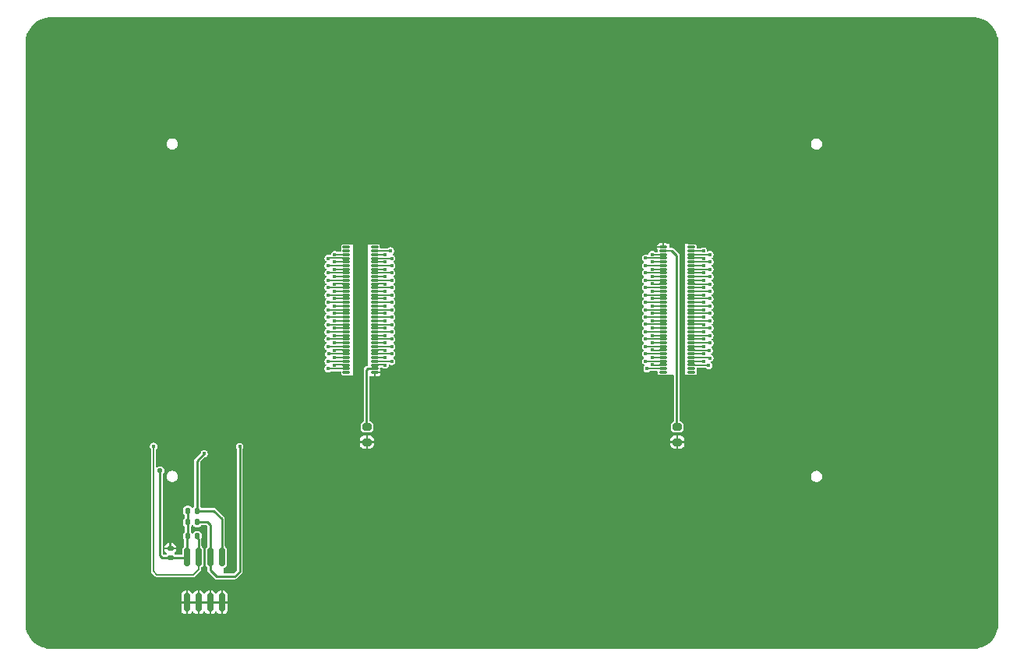
<source format=gbr>
G04 #@! TF.GenerationSoftware,KiCad,Pcbnew,9.0.0*
G04 #@! TF.CreationDate,2025-04-07T23:04:34+01:00*
G04 #@! TF.ProjectId,ephys-test-module-128,65706879-732d-4746-9573-742d6d6f6475,A*
G04 #@! TF.SameCoordinates,Original*
G04 #@! TF.FileFunction,Copper,L1,Top*
G04 #@! TF.FilePolarity,Positive*
%FSLAX46Y46*%
G04 Gerber Fmt 4.6, Leading zero omitted, Abs format (unit mm)*
G04 Created by KiCad (PCBNEW 9.0.0) date 2025-04-07 23:04:34*
%MOMM*%
%LPD*%
G01*
G04 APERTURE LIST*
G04 Aperture macros list*
%AMRoundRect*
0 Rectangle with rounded corners*
0 $1 Rounding radius*
0 $2 $3 $4 $5 $6 $7 $8 $9 X,Y pos of 4 corners*
0 Add a 4 corners polygon primitive as box body*
4,1,4,$2,$3,$4,$5,$6,$7,$8,$9,$2,$3,0*
0 Add four circle primitives for the rounded corners*
1,1,$1+$1,$2,$3*
1,1,$1+$1,$4,$5*
1,1,$1+$1,$6,$7*
1,1,$1+$1,$8,$9*
0 Add four rect primitives between the rounded corners*
20,1,$1+$1,$2,$3,$4,$5,0*
20,1,$1+$1,$4,$5,$6,$7,0*
20,1,$1+$1,$6,$7,$8,$9,0*
20,1,$1+$1,$8,$9,$2,$3,0*%
G04 Aperture macros list end*
G04 #@! TA.AperFunction,SMDPad,CuDef*
%ADD10RoundRect,0.135000X-0.135000X-0.185000X0.135000X-0.185000X0.135000X0.185000X-0.135000X0.185000X0*%
G04 #@! TD*
G04 #@! TA.AperFunction,SMDPad,CuDef*
%ADD11RoundRect,0.200000X-0.275000X0.200000X-0.275000X-0.200000X0.275000X-0.200000X0.275000X0.200000X0*%
G04 #@! TD*
G04 #@! TA.AperFunction,SMDPad,CuDef*
%ADD12RoundRect,0.010000X0.340000X-0.090000X0.340000X0.090000X-0.340000X0.090000X-0.340000X-0.090000X0*%
G04 #@! TD*
G04 #@! TA.AperFunction,SMDPad,CuDef*
%ADD13RoundRect,0.150000X0.150000X-0.825000X0.150000X0.825000X-0.150000X0.825000X-0.150000X-0.825000X0*%
G04 #@! TD*
G04 #@! TA.AperFunction,SMDPad,CuDef*
%ADD14RoundRect,0.140000X0.170000X-0.140000X0.170000X0.140000X-0.170000X0.140000X-0.170000X-0.140000X0*%
G04 #@! TD*
G04 #@! TA.AperFunction,SMDPad,CuDef*
%ADD15RoundRect,0.010000X-0.340000X0.090000X-0.340000X-0.090000X0.340000X-0.090000X0.340000X0.090000X0*%
G04 #@! TD*
G04 #@! TA.AperFunction,ViaPad*
%ADD16C,0.400000*%
G04 #@! TD*
G04 #@! TA.AperFunction,ViaPad*
%ADD17C,0.550000*%
G04 #@! TD*
G04 #@! TA.AperFunction,Conductor*
%ADD18C,0.220000*%
G04 #@! TD*
G04 #@! TA.AperFunction,Conductor*
%ADD19C,0.150000*%
G04 #@! TD*
G04 #@! TA.AperFunction,Conductor*
%ADD20C,0.200000*%
G04 #@! TD*
G04 APERTURE END LIST*
D10*
G04 #@! TO.P,R3,1*
G04 #@! TO.N,VCC*
X119760000Y-123050000D03*
G04 #@! TO.P,R3,2*
G04 #@! TO.N,/Test Signal Interface/SCL*
X120780000Y-123050000D03*
G04 #@! TD*
D11*
G04 #@! TO.P,R4,1*
G04 #@! TO.N,/Headstage Interface/REF*
X139225000Y-112700000D03*
G04 #@! TO.P,R4,2*
G04 #@! TO.N,GND*
X139225000Y-114350000D03*
G04 #@! TD*
D12*
G04 #@! TO.P,J1,1,Pin_1*
G04 #@! TO.N,unconnected-(J1-Pin_1-Pad1)*
X136986500Y-106761500D03*
G04 #@! TO.P,J1,2,Pin_2*
G04 #@! TO.N,GND*
X140066500Y-106761500D03*
G04 #@! TO.P,J1,3,Pin_3*
G04 #@! TO.N,/Headstage Interface/B7.E_{7}*
X136986500Y-106361500D03*
G04 #@! TO.P,J1,4,Pin_4*
G04 #@! TO.N,/Headstage Interface/REF*
X140066500Y-106361500D03*
G04 #@! TO.P,J1,5,Pin_5*
G04 #@! TO.N,/Headstage Interface/B7.E_{6}*
X136986500Y-105961500D03*
G04 #@! TO.P,J1,6,Pin_6*
G04 #@! TO.N,/Headstage Interface/B3.E_{7}*
X140066500Y-105961500D03*
G04 #@! TO.P,J1,7,Pin_7*
G04 #@! TO.N,/Headstage Interface/B7.E_{5}*
X136986500Y-105561500D03*
G04 #@! TO.P,J1,8,Pin_8*
G04 #@! TO.N,/Headstage Interface/B3.E_{6}*
X140066500Y-105561500D03*
G04 #@! TO.P,J1,9,Pin_9*
G04 #@! TO.N,/Headstage Interface/B7.E_{4}*
X136986500Y-105161500D03*
G04 #@! TO.P,J1,10,Pin_10*
G04 #@! TO.N,/Headstage Interface/B3.E_{5}*
X140066500Y-105161500D03*
G04 #@! TO.P,J1,11,Pin_11*
G04 #@! TO.N,/Headstage Interface/B7.E_{3}*
X136986500Y-104761500D03*
G04 #@! TO.P,J1,12,Pin_12*
G04 #@! TO.N,/Headstage Interface/B3.E_{4}*
X140066500Y-104761500D03*
G04 #@! TO.P,J1,13,Pin_13*
G04 #@! TO.N,/Headstage Interface/B7.E_{2}*
X136986500Y-104361500D03*
G04 #@! TO.P,J1,14,Pin_14*
G04 #@! TO.N,/Headstage Interface/B3.E_{3}*
X140066500Y-104361500D03*
G04 #@! TO.P,J1,15,Pin_15*
G04 #@! TO.N,/Headstage Interface/B7.E_{1}*
X136986500Y-103961500D03*
G04 #@! TO.P,J1,16,Pin_16*
G04 #@! TO.N,/Headstage Interface/B3.E_{2}*
X140066500Y-103961500D03*
G04 #@! TO.P,J1,17,Pin_17*
G04 #@! TO.N,/Headstage Interface/B7.E_{0}*
X136986500Y-103561500D03*
G04 #@! TO.P,J1,18,Pin_18*
G04 #@! TO.N,/Headstage Interface/B3.E_{1}*
X140066500Y-103561500D03*
G04 #@! TO.P,J1,19,Pin_19*
G04 #@! TO.N,/Headstage Interface/B6.E_{7}*
X136986500Y-103161500D03*
G04 #@! TO.P,J1,20,Pin_20*
G04 #@! TO.N,/Headstage Interface/B3.E_{0}*
X140066500Y-103161500D03*
G04 #@! TO.P,J1,21,Pin_21*
G04 #@! TO.N,/Headstage Interface/B6.E_{6}*
X136986500Y-102761500D03*
G04 #@! TO.P,J1,22,Pin_22*
G04 #@! TO.N,/Headstage Interface/B2.E_{7}*
X140066500Y-102761500D03*
G04 #@! TO.P,J1,23,Pin_23*
G04 #@! TO.N,/Headstage Interface/B6.E_{5}*
X136986500Y-102361500D03*
G04 #@! TO.P,J1,24,Pin_24*
G04 #@! TO.N,/Headstage Interface/B2.E_{6}*
X140066500Y-102361500D03*
G04 #@! TO.P,J1,25,Pin_25*
G04 #@! TO.N,/Headstage Interface/B6.E_{4}*
X136986500Y-101961500D03*
G04 #@! TO.P,J1,26,Pin_26*
G04 #@! TO.N,/Headstage Interface/B2.E_{5}*
X140066500Y-101961500D03*
G04 #@! TO.P,J1,27,Pin_27*
G04 #@! TO.N,/Headstage Interface/B6.E_{3}*
X136986500Y-101561500D03*
G04 #@! TO.P,J1,28,Pin_28*
G04 #@! TO.N,/Headstage Interface/B2.E_{4}*
X140066500Y-101561500D03*
G04 #@! TO.P,J1,29,Pin_29*
G04 #@! TO.N,/Headstage Interface/B6.E_{2}*
X136986500Y-101161500D03*
G04 #@! TO.P,J1,30,Pin_30*
G04 #@! TO.N,/Headstage Interface/B2.E_{3}*
X140066500Y-101161500D03*
G04 #@! TO.P,J1,31,Pin_31*
G04 #@! TO.N,/Headstage Interface/B6.E_{1}*
X136986500Y-100761500D03*
G04 #@! TO.P,J1,32,Pin_32*
G04 #@! TO.N,/Headstage Interface/B2.E_{2}*
X140066500Y-100761500D03*
G04 #@! TO.P,J1,33,Pin_33*
G04 #@! TO.N,/Headstage Interface/B6.E_{0}*
X136986500Y-100361500D03*
G04 #@! TO.P,J1,34,Pin_34*
G04 #@! TO.N,/Headstage Interface/B2.E_{1}*
X140066500Y-100361500D03*
G04 #@! TO.P,J1,35,Pin_35*
G04 #@! TO.N,/Headstage Interface/B5.E_{7}*
X136986500Y-99961500D03*
G04 #@! TO.P,J1,36,Pin_36*
G04 #@! TO.N,/Headstage Interface/B2.E_{0}*
X140066500Y-99961500D03*
G04 #@! TO.P,J1,37,Pin_37*
G04 #@! TO.N,/Headstage Interface/B5.E_{6}*
X136986500Y-99561500D03*
G04 #@! TO.P,J1,38,Pin_38*
G04 #@! TO.N,/Headstage Interface/B1.E_{7}*
X140066500Y-99561500D03*
G04 #@! TO.P,J1,39,Pin_39*
G04 #@! TO.N,/Headstage Interface/B5.E_{5}*
X136986500Y-99161500D03*
G04 #@! TO.P,J1,40,Pin_40*
G04 #@! TO.N,/Headstage Interface/B1.E_{6}*
X140066500Y-99161500D03*
G04 #@! TO.P,J1,41,Pin_41*
G04 #@! TO.N,/Headstage Interface/B5.E_{4}*
X136986500Y-98761500D03*
G04 #@! TO.P,J1,42,Pin_42*
G04 #@! TO.N,/Headstage Interface/B1.E_{5}*
X140066500Y-98761500D03*
G04 #@! TO.P,J1,43,Pin_43*
G04 #@! TO.N,/Headstage Interface/B5.E_{3}*
X136986500Y-98361500D03*
G04 #@! TO.P,J1,44,Pin_44*
G04 #@! TO.N,/Headstage Interface/B1.E_{4}*
X140066500Y-98361500D03*
G04 #@! TO.P,J1,45,Pin_45*
G04 #@! TO.N,/Headstage Interface/B5.E_{2}*
X136986500Y-97961500D03*
G04 #@! TO.P,J1,46,Pin_46*
G04 #@! TO.N,/Headstage Interface/B1.E_{3}*
X140066500Y-97961500D03*
G04 #@! TO.P,J1,47,Pin_47*
G04 #@! TO.N,/Headstage Interface/B5.E_{1}*
X136986500Y-97561500D03*
G04 #@! TO.P,J1,48,Pin_48*
G04 #@! TO.N,/Headstage Interface/B1.E_{2}*
X140066500Y-97561500D03*
G04 #@! TO.P,J1,49,Pin_49*
G04 #@! TO.N,/Headstage Interface/B5.E_{0}*
X136986500Y-97161500D03*
G04 #@! TO.P,J1,50,Pin_50*
G04 #@! TO.N,/Headstage Interface/B1.E_{1}*
X140066500Y-97161500D03*
G04 #@! TO.P,J1,51,Pin_51*
G04 #@! TO.N,/Headstage Interface/B4.E_{7}*
X136986500Y-96761500D03*
G04 #@! TO.P,J1,52,Pin_52*
G04 #@! TO.N,/Headstage Interface/B1.E_{0}*
X140066500Y-96761500D03*
G04 #@! TO.P,J1,53,Pin_53*
G04 #@! TO.N,/Headstage Interface/B4.E_{6}*
X136986500Y-96361500D03*
G04 #@! TO.P,J1,54,Pin_54*
G04 #@! TO.N,/Headstage Interface/B0.E_{7}*
X140066500Y-96361500D03*
G04 #@! TO.P,J1,55,Pin_55*
G04 #@! TO.N,/Headstage Interface/B4.E_{5}*
X136986500Y-95961500D03*
G04 #@! TO.P,J1,56,Pin_56*
G04 #@! TO.N,/Headstage Interface/B0.E_{6}*
X140066500Y-95961500D03*
G04 #@! TO.P,J1,57,Pin_57*
G04 #@! TO.N,/Headstage Interface/B4.E_{4}*
X136986500Y-95561500D03*
G04 #@! TO.P,J1,58,Pin_58*
G04 #@! TO.N,/Headstage Interface/B0.E_{5}*
X140066500Y-95561500D03*
G04 #@! TO.P,J1,59,Pin_59*
G04 #@! TO.N,/Headstage Interface/B4.E_{3}*
X136986500Y-95161500D03*
G04 #@! TO.P,J1,60,Pin_60*
G04 #@! TO.N,/Headstage Interface/B0.E_{4}*
X140066500Y-95161500D03*
G04 #@! TO.P,J1,61,Pin_61*
G04 #@! TO.N,/Headstage Interface/B4.E_{2}*
X136986500Y-94761500D03*
G04 #@! TO.P,J1,62,Pin_62*
G04 #@! TO.N,/Headstage Interface/B0.E_{3}*
X140066500Y-94761500D03*
G04 #@! TO.P,J1,63,Pin_63*
G04 #@! TO.N,/Headstage Interface/B4.E_{1}*
X136986500Y-94361500D03*
G04 #@! TO.P,J1,64,Pin_64*
G04 #@! TO.N,/Headstage Interface/B0.E_{2}*
X140066500Y-94361500D03*
G04 #@! TO.P,J1,65,Pin_65*
G04 #@! TO.N,/Headstage Interface/B4.E_{0}*
X136986500Y-93961500D03*
G04 #@! TO.P,J1,66,Pin_66*
G04 #@! TO.N,/Headstage Interface/B0.E_{1}*
X140066500Y-93961500D03*
G04 #@! TO.P,J1,67,Pin_67*
G04 #@! TO.N,unconnected-(J1-Pin_67-Pad67)*
X136986500Y-93561500D03*
G04 #@! TO.P,J1,68,Pin_68*
G04 #@! TO.N,/Headstage Interface/B0.E_{0}*
X140066500Y-93561500D03*
G04 #@! TO.P,J1,69,Pin_69*
G04 #@! TO.N,unconnected-(J1-Pin_69-Pad69)*
X136986500Y-93161500D03*
G04 #@! TO.P,J1,70,Pin_70*
G04 #@! TO.N,unconnected-(J1-Pin_70-Pad70)*
X140066500Y-93161500D03*
G04 #@! TD*
D10*
G04 #@! TO.P,R1,1*
G04 #@! TO.N,VCC*
X119760000Y-124550000D03*
G04 #@! TO.P,R1,2*
G04 #@! TO.N,/Test Signal Interface/WP*
X120780000Y-124550000D03*
G04 #@! TD*
D13*
G04 #@! TO.P,U1,1,A0*
G04 #@! TO.N,GND*
X119665000Y-131775000D03*
G04 #@! TO.P,U1,2,A1*
X120935000Y-131775000D03*
G04 #@! TO.P,U1,3,A2*
X122205000Y-131775000D03*
G04 #@! TO.P,U1,4,GND*
X123475000Y-131775000D03*
G04 #@! TO.P,U1,5,SDA*
G04 #@! TO.N,/Test Signal Interface/SDA*
X123475000Y-126825000D03*
G04 #@! TO.P,U1,6,SCL*
G04 #@! TO.N,/Test Signal Interface/SCL*
X122205000Y-126825000D03*
G04 #@! TO.P,U1,7,WP*
G04 #@! TO.N,/Test Signal Interface/WP*
X120935000Y-126825000D03*
G04 #@! TO.P,U1,8,VCC*
G04 #@! TO.N,VCC*
X119665000Y-126825000D03*
G04 #@! TD*
D10*
G04 #@! TO.P,R2,1*
G04 #@! TO.N,VCC*
X119750000Y-121800000D03*
G04 #@! TO.P,R2,2*
G04 #@! TO.N,/Test Signal Interface/SDA*
X120770000Y-121800000D03*
G04 #@! TD*
D14*
G04 #@! TO.P,C1,1*
G04 #@! TO.N,VCC*
X117870000Y-126880000D03*
G04 #@! TO.P,C1,2*
G04 #@! TO.N,GND*
X117870000Y-125920000D03*
G04 #@! TD*
D15*
G04 #@! TO.P,J5,1,Pin_1*
G04 #@! TO.N,unconnected-(J5-Pin_1-Pad1)*
X174475750Y-93150000D03*
G04 #@! TO.P,J5,2,Pin_2*
G04 #@! TO.N,GND*
X171395750Y-93150000D03*
G04 #@! TO.P,J5,3,Pin_3*
G04 #@! TO.N,/Headstage Interface/B8.E_{0}*
X174475750Y-93550000D03*
G04 #@! TO.P,J5,4,Pin_4*
G04 #@! TO.N,/Headstage Interface/REF2*
X171395750Y-93550000D03*
G04 #@! TO.P,J5,5,Pin_5*
G04 #@! TO.N,/Headstage Interface/B8.E_{1}*
X174475750Y-93950000D03*
G04 #@! TO.P,J5,6,Pin_6*
G04 #@! TO.N,/Headstage Interface/B12.E_{0}*
X171395750Y-93950000D03*
G04 #@! TO.P,J5,7,Pin_7*
G04 #@! TO.N,/Headstage Interface/B8.E_{2}*
X174475750Y-94350000D03*
G04 #@! TO.P,J5,8,Pin_8*
G04 #@! TO.N,/Headstage Interface/B12.E_{1}*
X171395750Y-94350000D03*
G04 #@! TO.P,J5,9,Pin_9*
G04 #@! TO.N,/Headstage Interface/B8.E_{3}*
X174475750Y-94750000D03*
G04 #@! TO.P,J5,10,Pin_10*
G04 #@! TO.N,/Headstage Interface/B12.E_{2}*
X171395750Y-94750000D03*
G04 #@! TO.P,J5,11,Pin_11*
G04 #@! TO.N,/Headstage Interface/B8.E_{4}*
X174475750Y-95150000D03*
G04 #@! TO.P,J5,12,Pin_12*
G04 #@! TO.N,/Headstage Interface/B12.E_{3}*
X171395750Y-95150000D03*
G04 #@! TO.P,J5,13,Pin_13*
G04 #@! TO.N,/Headstage Interface/B8.E_{5}*
X174475750Y-95550000D03*
G04 #@! TO.P,J5,14,Pin_14*
G04 #@! TO.N,/Headstage Interface/B12.E_{4}*
X171395750Y-95550000D03*
G04 #@! TO.P,J5,15,Pin_15*
G04 #@! TO.N,/Headstage Interface/B8.E_{6}*
X174475750Y-95950000D03*
G04 #@! TO.P,J5,16,Pin_16*
G04 #@! TO.N,/Headstage Interface/B12.E_{5}*
X171395750Y-95950000D03*
G04 #@! TO.P,J5,17,Pin_17*
G04 #@! TO.N,/Headstage Interface/B8.E_{7}*
X174475750Y-96350000D03*
G04 #@! TO.P,J5,18,Pin_18*
G04 #@! TO.N,/Headstage Interface/B12.E_{6}*
X171395750Y-96350000D03*
G04 #@! TO.P,J5,19,Pin_19*
G04 #@! TO.N,/Headstage Interface/B9.E_{0}*
X174475750Y-96750000D03*
G04 #@! TO.P,J5,20,Pin_20*
G04 #@! TO.N,/Headstage Interface/B12.E_{7}*
X171395750Y-96750000D03*
G04 #@! TO.P,J5,21,Pin_21*
G04 #@! TO.N,/Headstage Interface/B9.E_{1}*
X174475750Y-97150000D03*
G04 #@! TO.P,J5,22,Pin_22*
G04 #@! TO.N,/Headstage Interface/B13.E_{0}*
X171395750Y-97150000D03*
G04 #@! TO.P,J5,23,Pin_23*
G04 #@! TO.N,/Headstage Interface/B9.E_{2}*
X174475750Y-97550000D03*
G04 #@! TO.P,J5,24,Pin_24*
G04 #@! TO.N,/Headstage Interface/B13.E_{1}*
X171395750Y-97550000D03*
G04 #@! TO.P,J5,25,Pin_25*
G04 #@! TO.N,/Headstage Interface/B9.E_{3}*
X174475750Y-97950000D03*
G04 #@! TO.P,J5,26,Pin_26*
G04 #@! TO.N,/Headstage Interface/B13.E_{2}*
X171395750Y-97950000D03*
G04 #@! TO.P,J5,27,Pin_27*
G04 #@! TO.N,/Headstage Interface/B9.E_{4}*
X174475750Y-98350000D03*
G04 #@! TO.P,J5,28,Pin_28*
G04 #@! TO.N,/Headstage Interface/B13.E_{3}*
X171395750Y-98350000D03*
G04 #@! TO.P,J5,29,Pin_29*
G04 #@! TO.N,/Headstage Interface/B9.E_{5}*
X174475750Y-98750000D03*
G04 #@! TO.P,J5,30,Pin_30*
G04 #@! TO.N,/Headstage Interface/B13.E_{4}*
X171395750Y-98750000D03*
G04 #@! TO.P,J5,31,Pin_31*
G04 #@! TO.N,/Headstage Interface/B9.E_{6}*
X174475750Y-99150000D03*
G04 #@! TO.P,J5,32,Pin_32*
G04 #@! TO.N,/Headstage Interface/B13.E_{5}*
X171395750Y-99150000D03*
G04 #@! TO.P,J5,33,Pin_33*
G04 #@! TO.N,/Headstage Interface/B9.E_{7}*
X174475750Y-99550000D03*
G04 #@! TO.P,J5,34,Pin_34*
G04 #@! TO.N,/Headstage Interface/B13.E_{6}*
X171395750Y-99550000D03*
G04 #@! TO.P,J5,35,Pin_35*
G04 #@! TO.N,/Headstage Interface/B10.E_{0}*
X174475750Y-99950000D03*
G04 #@! TO.P,J5,36,Pin_36*
G04 #@! TO.N,/Headstage Interface/B13.E_{7}*
X171395750Y-99950000D03*
G04 #@! TO.P,J5,37,Pin_37*
G04 #@! TO.N,/Headstage Interface/B10.E_{1}*
X174475750Y-100350000D03*
G04 #@! TO.P,J5,38,Pin_38*
G04 #@! TO.N,/Headstage Interface/B14.E_{0}*
X171395750Y-100350000D03*
G04 #@! TO.P,J5,39,Pin_39*
G04 #@! TO.N,/Headstage Interface/B10.E_{2}*
X174475750Y-100750000D03*
G04 #@! TO.P,J5,40,Pin_40*
G04 #@! TO.N,/Headstage Interface/B14.E_{1}*
X171395750Y-100750000D03*
G04 #@! TO.P,J5,41,Pin_41*
G04 #@! TO.N,/Headstage Interface/B10.E_{3}*
X174475750Y-101150000D03*
G04 #@! TO.P,J5,42,Pin_42*
G04 #@! TO.N,/Headstage Interface/B14.E_{2}*
X171395750Y-101150000D03*
G04 #@! TO.P,J5,43,Pin_43*
G04 #@! TO.N,/Headstage Interface/B10.E_{4}*
X174475750Y-101550000D03*
G04 #@! TO.P,J5,44,Pin_44*
G04 #@! TO.N,/Headstage Interface/B14.E_{3}*
X171395750Y-101550000D03*
G04 #@! TO.P,J5,45,Pin_45*
G04 #@! TO.N,/Headstage Interface/B10.E_{5}*
X174475750Y-101950000D03*
G04 #@! TO.P,J5,46,Pin_46*
G04 #@! TO.N,/Headstage Interface/B14.E_{4}*
X171395750Y-101950000D03*
G04 #@! TO.P,J5,47,Pin_47*
G04 #@! TO.N,/Headstage Interface/B10.E_{6}*
X174475750Y-102350000D03*
G04 #@! TO.P,J5,48,Pin_48*
G04 #@! TO.N,/Headstage Interface/B14.E_{5}*
X171395750Y-102350000D03*
G04 #@! TO.P,J5,49,Pin_49*
G04 #@! TO.N,/Headstage Interface/B10.E_{7}*
X174475750Y-102750000D03*
G04 #@! TO.P,J5,50,Pin_50*
G04 #@! TO.N,/Headstage Interface/B14.E_{6}*
X171395750Y-102750000D03*
G04 #@! TO.P,J5,51,Pin_51*
G04 #@! TO.N,/Headstage Interface/B11.E_{0}*
X174475750Y-103150000D03*
G04 #@! TO.P,J5,52,Pin_52*
G04 #@! TO.N,/Headstage Interface/B14.E_{7}*
X171395750Y-103150000D03*
G04 #@! TO.P,J5,53,Pin_53*
G04 #@! TO.N,/Headstage Interface/B11.E_{1}*
X174475750Y-103550000D03*
G04 #@! TO.P,J5,54,Pin_54*
G04 #@! TO.N,/Headstage Interface/B15.E_{0}*
X171395750Y-103550000D03*
G04 #@! TO.P,J5,55,Pin_55*
G04 #@! TO.N,/Headstage Interface/B11.E_{2}*
X174475750Y-103950000D03*
G04 #@! TO.P,J5,56,Pin_56*
G04 #@! TO.N,/Headstage Interface/B15.E_{1}*
X171395750Y-103950000D03*
G04 #@! TO.P,J5,57,Pin_57*
G04 #@! TO.N,/Headstage Interface/B11.E_{3}*
X174475750Y-104350000D03*
G04 #@! TO.P,J5,58,Pin_58*
G04 #@! TO.N,/Headstage Interface/B15.E_{2}*
X171395750Y-104350000D03*
G04 #@! TO.P,J5,59,Pin_59*
G04 #@! TO.N,/Headstage Interface/B11.E_{4}*
X174475750Y-104750000D03*
G04 #@! TO.P,J5,60,Pin_60*
G04 #@! TO.N,/Headstage Interface/B15.E_{3}*
X171395750Y-104750000D03*
G04 #@! TO.P,J5,61,Pin_61*
G04 #@! TO.N,/Headstage Interface/B11.E_{5}*
X174475750Y-105150000D03*
G04 #@! TO.P,J5,62,Pin_62*
G04 #@! TO.N,/Headstage Interface/B15.E_{4}*
X171395750Y-105150000D03*
G04 #@! TO.P,J5,63,Pin_63*
G04 #@! TO.N,/Headstage Interface/B11.E_{6}*
X174475750Y-105550000D03*
G04 #@! TO.P,J5,64,Pin_64*
G04 #@! TO.N,/Headstage Interface/B15.E_{5}*
X171395750Y-105550000D03*
G04 #@! TO.P,J5,65,Pin_65*
G04 #@! TO.N,/Headstage Interface/B11.E_{7}*
X174475750Y-105950000D03*
G04 #@! TO.P,J5,66,Pin_66*
G04 #@! TO.N,/Headstage Interface/B15.E_{6}*
X171395750Y-105950000D03*
G04 #@! TO.P,J5,67,Pin_67*
G04 #@! TO.N,unconnected-(J5-Pin_67-Pad67)*
X174475750Y-106350000D03*
G04 #@! TO.P,J5,68,Pin_68*
G04 #@! TO.N,/Headstage Interface/B15.E_{7}*
X171395750Y-106350000D03*
G04 #@! TO.P,J5,69,Pin_69*
G04 #@! TO.N,unconnected-(J5-Pin_69-Pad69)*
X174475750Y-106750000D03*
G04 #@! TO.P,J5,70,Pin_70*
G04 #@! TO.N,unconnected-(J5-Pin_70-Pad70)*
X171395750Y-106750000D03*
G04 #@! TD*
D11*
G04 #@! TO.P,R5,1*
G04 #@! TO.N,/Headstage Interface/REF2*
X172950750Y-112700000D03*
G04 #@! TO.P,R5,2*
G04 #@! TO.N,GND*
X172950750Y-114350000D03*
G04 #@! TD*
D16*
G04 #@! TO.N,GND*
X173250750Y-92575000D03*
X185400750Y-106800000D03*
X195275750Y-83650000D03*
X115400000Y-99700000D03*
X177425750Y-114700000D03*
X190725750Y-115350000D03*
X186075750Y-119950000D03*
X170975750Y-119700000D03*
X190750750Y-99600000D03*
X120750000Y-84950000D03*
X116200000Y-80400000D03*
X170725750Y-81100000D03*
X115970000Y-131750000D03*
X176725750Y-107560000D03*
X190675750Y-92400000D03*
X179075750Y-83750000D03*
X135700000Y-107050000D03*
X170260000Y-113190000D03*
X126550000Y-119000000D03*
X118650000Y-119250000D03*
X138650000Y-92350000D03*
X120750000Y-92450000D03*
X160175750Y-95200000D03*
X160275750Y-81100000D03*
X185950750Y-99600000D03*
X191325750Y-80950000D03*
X196200750Y-99600000D03*
X140700000Y-107650000D03*
X147250000Y-70500000D03*
X190875750Y-106750000D03*
X125675000Y-99600000D03*
X150700000Y-75650000D03*
X123800000Y-119250000D03*
X124550000Y-127950000D03*
X140700000Y-119050000D03*
X151143982Y-126748325D03*
X175375750Y-92200000D03*
X194975750Y-119300000D03*
X150550000Y-89000000D03*
X121570000Y-129300000D03*
X154250000Y-134550000D03*
X120750000Y-106800000D03*
X185075750Y-115100000D03*
X170225750Y-92850000D03*
X173605750Y-107710000D03*
X120700000Y-114000000D03*
X190675750Y-84750000D03*
X138240000Y-106290000D03*
X125600000Y-113950000D03*
X197525750Y-92375000D03*
X132400000Y-84000000D03*
X126000000Y-84950000D03*
X120750000Y-99550000D03*
X151000000Y-105000000D03*
X198200750Y-106775000D03*
X173525750Y-87650000D03*
X170275750Y-107300000D03*
X116000000Y-84850000D03*
X125950000Y-92400000D03*
X105000000Y-133800000D03*
X126125000Y-106825000D03*
X113050000Y-106800000D03*
X131825000Y-110700000D03*
X112575000Y-92418304D03*
X140750000Y-80500000D03*
X133550000Y-115525000D03*
X160525750Y-116250000D03*
D17*
G04 #@! TO.N,VCC*
X116750000Y-117450000D03*
D16*
G04 #@! TO.N,/Headstage Interface/B7.E_{7}*
X135026500Y-106361500D03*
G04 #@! TO.N,/Headstage Interface/B5.E_{0}*
X135726500Y-97161500D03*
G04 #@! TO.N,/Headstage Interface/B5.E_{2}*
X135726500Y-97961500D03*
G04 #@! TO.N,/Headstage Interface/B7.E_{3}*
X135060000Y-104770000D03*
G04 #@! TO.N,/Headstage Interface/B7.E_{1}*
X135025000Y-103975000D03*
G04 #@! TO.N,/Headstage Interface/B5.E_{5}*
X135041004Y-99160053D03*
G04 #@! TO.N,/Headstage Interface/B4.E_{7}*
X135026500Y-96761500D03*
G04 #@! TO.N,/Headstage Interface/B4.E_{5}*
X135026500Y-95961500D03*
G04 #@! TO.N,/Headstage Interface/B4.E_{2}*
X135726500Y-94761500D03*
G04 #@! TO.N,/Headstage Interface/B6.E_{2}*
X135726500Y-101161500D03*
G04 #@! TO.N,/Headstage Interface/B4.E_{3}*
X135026500Y-95161500D03*
G04 #@! TO.N,/Headstage Interface/B7.E_{5}*
X135026500Y-105561500D03*
G04 #@! TO.N,/Headstage Interface/B7.E_{0}*
X135726500Y-103561500D03*
G04 #@! TO.N,/Headstage Interface/B7.E_{4}*
X135726500Y-105161500D03*
G04 #@! TO.N,/Headstage Interface/B4.E_{6}*
X135726500Y-96361500D03*
G04 #@! TO.N,/Headstage Interface/B6.E_{5}*
X135026500Y-102361500D03*
G04 #@! TO.N,/Headstage Interface/B7.E_{6}*
X135726500Y-105961500D03*
G04 #@! TO.N,/Headstage Interface/B7.E_{2}*
X135726500Y-104361500D03*
G04 #@! TO.N,/Headstage Interface/B5.E_{7}*
X135026500Y-99961500D03*
G04 #@! TO.N,/Headstage Interface/B6.E_{7}*
X135026500Y-103161500D03*
G04 #@! TO.N,/Headstage Interface/B6.E_{0}*
X135726500Y-100361500D03*
G04 #@! TO.N,/Headstage Interface/B5.E_{1}*
X135026500Y-97561500D03*
G04 #@! TO.N,/Headstage Interface/B4.E_{4}*
X135726500Y-95561500D03*
G04 #@! TO.N,/Headstage Interface/B4.E_{0}*
X135726500Y-93961500D03*
G04 #@! TO.N,/Headstage Interface/B6.E_{6}*
X135726500Y-102761500D03*
G04 #@! TO.N,/Headstage Interface/B6.E_{1}*
X135026500Y-100761500D03*
G04 #@! TO.N,/Headstage Interface/B5.E_{6}*
X135726500Y-99561500D03*
G04 #@! TO.N,/Headstage Interface/B6.E_{4}*
X135726500Y-101961500D03*
G04 #@! TO.N,/Headstage Interface/B5.E_{4}*
X135726500Y-98761500D03*
G04 #@! TO.N,/Headstage Interface/B5.E_{3}*
X135026500Y-98361500D03*
G04 #@! TO.N,/Headstage Interface/B4.E_{1}*
X135026500Y-94361500D03*
G04 #@! TO.N,/Headstage Interface/B6.E_{3}*
X135026500Y-101561500D03*
G04 #@! TO.N,/Headstage Interface/B1.E_{3}*
X141216500Y-97961500D03*
G04 #@! TO.N,/Headstage Interface/B1.E_{6}*
X141916500Y-99161500D03*
G04 #@! TO.N,/Headstage Interface/B1.E_{4}*
X141916500Y-98361500D03*
G04 #@! TO.N,/Headstage Interface/B0.E_{7}*
X141216500Y-96361500D03*
G04 #@! TO.N,/Headstage Interface/B0.E_{6}*
X141916500Y-95961500D03*
G04 #@! TO.N,/Headstage Interface/B0.E_{1}*
X141216500Y-93961500D03*
G04 #@! TO.N,/Headstage Interface/B3.E_{3}*
X141216500Y-104361500D03*
G04 #@! TO.N,/Headstage Interface/B1.E_{5}*
X141216500Y-98761500D03*
G04 #@! TO.N,/Headstage Interface/B0.E_{4}*
X141916500Y-95161500D03*
G04 #@! TO.N,/Headstage Interface/B2.E_{4}*
X141916500Y-101561500D03*
G04 #@! TO.N,/Headstage Interface/B0.E_{3}*
X141216500Y-94761500D03*
G04 #@! TO.N,/Headstage Interface/B0.E_{2}*
X141916500Y-94361500D03*
G04 #@! TO.N,/Headstage Interface/B2.E_{3}*
X141216500Y-101161500D03*
G04 #@! TO.N,/Headstage Interface/B3.E_{6}*
X141911500Y-105561500D03*
G04 #@! TO.N,/Headstage Interface/B3.E_{2}*
X141916500Y-103961500D03*
G04 #@! TO.N,/Headstage Interface/B2.E_{1}*
X141216500Y-100361500D03*
G04 #@! TO.N,/Headstage Interface/B3.E_{1}*
X141216500Y-103561500D03*
G04 #@! TO.N,/Headstage Interface/B3.E_{0}*
X141916500Y-103161500D03*
G04 #@! TO.N,/Headstage Interface/B2.E_{2}*
X141916500Y-100761500D03*
G04 #@! TO.N,/Headstage Interface/B1.E_{1}*
X141216500Y-97161500D03*
G04 #@! TO.N,/Headstage Interface/B2.E_{5}*
X141216500Y-101961500D03*
G04 #@! TO.N,/Headstage Interface/B3.E_{5}*
X141216500Y-105161500D03*
G04 #@! TO.N,/Headstage Interface/B0.E_{0}*
X141761500Y-93561500D03*
G04 #@! TO.N,/Headstage Interface/B1.E_{0}*
X141916500Y-96761500D03*
G04 #@! TO.N,/Headstage Interface/B3.E_{4}*
X141916500Y-104761500D03*
G04 #@! TO.N,/Headstage Interface/B2.E_{0}*
X141916500Y-99961500D03*
G04 #@! TO.N,/Headstage Interface/B1.E_{7}*
X141216500Y-99561500D03*
G04 #@! TO.N,/Headstage Interface/B2.E_{6}*
X141916500Y-102361500D03*
G04 #@! TO.N,/Headstage Interface/B2.E_{7}*
X141216500Y-102761500D03*
G04 #@! TO.N,/Headstage Interface/B3.E_{7}*
X141211500Y-105961500D03*
G04 #@! TO.N,/Headstage Interface/B1.E_{2}*
X141916500Y-97561500D03*
G04 #@! TO.N,/Headstage Interface/B0.E_{5}*
X141216500Y-95561500D03*
G04 #@! TO.N,/Headstage Interface/B8.E_{2}*
X175785750Y-94361500D03*
G04 #@! TO.N,/Test Signal Interface/SDA*
X121550000Y-115600000D03*
G04 #@! TO.N,/Headstage Interface/B10.E_{4}*
X175785750Y-101561500D03*
G04 #@! TO.N,/Headstage Interface/B8.E_{7}*
X176485750Y-96361500D03*
G04 #@! TO.N,/Test Signal Interface/SCL*
X125400000Y-114800000D03*
G04 #@! TO.N,/Headstage Interface/B8.E_{3}*
X176485750Y-94761500D03*
G04 #@! TO.N,/Headstage Interface/B11.E_{5}*
X176485750Y-105210000D03*
G04 #@! TO.N,/Headstage Interface/B8.E_{4}*
X175785750Y-95161500D03*
G04 #@! TO.N,/Headstage Interface/B9.E_{1}*
X176485750Y-97161500D03*
G04 #@! TO.N,/Headstage Interface/B8.E_{0}*
X175785750Y-93561500D03*
G04 #@! TO.N,/Headstage Interface/B9.E_{0}*
X175785750Y-96761500D03*
G04 #@! TO.N,/Headstage Interface/B9.E_{5}*
X176485750Y-98761500D03*
G04 #@! TO.N,/Headstage Interface/B10.E_{3}*
X176485750Y-101161500D03*
G04 #@! TO.N,/Headstage Interface/B11.E_{4}*
X175785750Y-104761500D03*
G04 #@! TO.N,/Headstage Interface/B10.E_{1}*
X176485750Y-100361500D03*
G04 #@! TO.N,/Headstage Interface/B10.E_{2}*
X175785750Y-100761500D03*
G04 #@! TO.N,/Headstage Interface/B10.E_{7}*
X176485750Y-102761500D03*
G04 #@! TO.N,/Headstage Interface/B9.E_{3}*
X176485750Y-97961500D03*
G04 #@! TO.N,/Headstage Interface/B9.E_{4}*
X175785750Y-98361500D03*
G04 #@! TO.N,/Headstage Interface/B11.E_{0}*
X175785750Y-103161500D03*
G04 #@! TO.N,/Headstage Interface/B11.E_{6}*
X175785750Y-105561500D03*
G04 #@! TO.N,/Headstage Interface/B9.E_{6}*
X175785750Y-99161500D03*
G04 #@! TO.N,/Headstage Interface/B8.E_{1}*
X176485750Y-93961500D03*
G04 #@! TO.N,/Headstage Interface/B11.E_{1}*
X176487250Y-103575000D03*
G04 #@! TO.N,/Headstage Interface/B8.E_{6}*
X175785750Y-95961500D03*
G04 #@! TO.N,/Headstage Interface/B11.E_{3}*
X176395750Y-104390000D03*
G04 #@! TO.N,/Headstage Interface/B9.E_{7}*
X176485750Y-99561500D03*
G04 #@! TO.N,/Headstage Interface/B9.E_{2}*
X175785750Y-97561500D03*
G04 #@! TO.N,/Headstage Interface/B8.E_{5}*
X176485750Y-95561500D03*
G04 #@! TO.N,/Headstage Interface/B11.E_{7}*
X176355750Y-106010000D03*
G04 #@! TO.N,/Headstage Interface/B10.E_{6}*
X175785750Y-102361500D03*
G04 #@! TO.N,/Headstage Interface/B10.E_{0}*
X175785750Y-99961500D03*
G04 #@! TO.N,/Headstage Interface/B10.E_{5}*
X176485750Y-101961500D03*
G04 #@! TO.N,/Headstage Interface/B11.E_{2}*
X175785750Y-103961500D03*
G04 #@! TO.N,/Test Signal Interface/WP*
X116050000Y-114800000D03*
G04 #@! TO.N,/Headstage Interface/B15.E_{2}*
X170200750Y-104348500D03*
G04 #@! TO.N,/Headstage Interface/B15.E_{0}*
X170200750Y-103548500D03*
G04 #@! TO.N,/Headstage Interface/B15.E_{3}*
X169500750Y-104748500D03*
G04 #@! TO.N,/Headstage Interface/B15.E_{1}*
X169500750Y-103948500D03*
G04 #@! TO.N,/Headstage Interface/B15.E_{4}*
X170200750Y-105148500D03*
G04 #@! TO.N,/Headstage Interface/B15.E_{7}*
X169655750Y-106348500D03*
G04 #@! TO.N,/Headstage Interface/B15.E_{5}*
X169500750Y-105548500D03*
G04 #@! TO.N,/Headstage Interface/B15.E_{6}*
X170200750Y-105948500D03*
G04 #@! TO.N,/Headstage Interface/B14.E_{6}*
X170200750Y-102748500D03*
G04 #@! TO.N,/Headstage Interface/B12.E_{1}*
X169505750Y-94348500D03*
G04 #@! TO.N,/Headstage Interface/B14.E_{7}*
X169500750Y-103148500D03*
G04 #@! TO.N,/Headstage Interface/B12.E_{0}*
X170205750Y-93948500D03*
G04 #@! TO.N,/Headstage Interface/B13.E_{5}*
X169500750Y-99148500D03*
G04 #@! TO.N,/Headstage Interface/B12.E_{2}*
X170200750Y-94748500D03*
G04 #@! TO.N,/Headstage Interface/B12.E_{4}*
X170215750Y-95550000D03*
G04 #@! TO.N,/Headstage Interface/B12.E_{6}*
X170200750Y-96348500D03*
G04 #@! TO.N,/Headstage Interface/B13.E_{7}*
X169500750Y-99948500D03*
G04 #@! TO.N,/Headstage Interface/B13.E_{6}*
X170200750Y-99548500D03*
G04 #@! TO.N,/Headstage Interface/B12.E_{5}*
X169500750Y-95948500D03*
G04 #@! TO.N,/Headstage Interface/B14.E_{3}*
X169500750Y-101548500D03*
G04 #@! TO.N,/Headstage Interface/B13.E_{1}*
X169500750Y-97548500D03*
G04 #@! TO.N,/Headstage Interface/B14.E_{0}*
X170200750Y-100348500D03*
G04 #@! TO.N,/Headstage Interface/B14.E_{4}*
X170200750Y-101948500D03*
G04 #@! TO.N,/Headstage Interface/B13.E_{3}*
X169500750Y-98348500D03*
G04 #@! TO.N,/Headstage Interface/B14.E_{2}*
X170200750Y-101148500D03*
G04 #@! TO.N,/Headstage Interface/B14.E_{1}*
X169500750Y-100748500D03*
G04 #@! TO.N,/Headstage Interface/B13.E_{4}*
X170200750Y-98748500D03*
G04 #@! TO.N,/Headstage Interface/B13.E_{0}*
X170200750Y-97148500D03*
G04 #@! TO.N,/Headstage Interface/B14.E_{5}*
X169500750Y-102348500D03*
G04 #@! TO.N,/Headstage Interface/B13.E_{2}*
X170200750Y-97948500D03*
G04 #@! TO.N,/Headstage Interface/B12.E_{3}*
X169500750Y-95148500D03*
G04 #@! TO.N,/Headstage Interface/B12.E_{7}*
X169500750Y-96748500D03*
G04 #@! TD*
D18*
G04 #@! TO.N,VCC*
X119760000Y-124700000D02*
X119760000Y-123050000D01*
X119750000Y-121800000D02*
X119750000Y-123040000D01*
X119665000Y-124795000D02*
X119760000Y-124700000D01*
X119665000Y-126825000D02*
X119590000Y-126900000D01*
X116970000Y-126900000D02*
X116720000Y-126650000D01*
X119590000Y-126900000D02*
X116970000Y-126900000D01*
X116720000Y-117480000D02*
X116750000Y-117450000D01*
X119750000Y-123040000D02*
X119760000Y-123050000D01*
X116720000Y-126650000D02*
X116720000Y-117480000D01*
X119665000Y-126825000D02*
X119665000Y-124795000D01*
D19*
G04 #@! TO.N,/Headstage Interface/B7.E_{7}*
X135038000Y-106361500D02*
X135026500Y-106350000D01*
X136986500Y-106350000D02*
X136975000Y-106361500D01*
X136975000Y-106361500D02*
X135038000Y-106361500D01*
G04 #@! TO.N,/Headstage Interface/B5.E_{0}*
X136986500Y-97150000D02*
X135726500Y-97150000D01*
G04 #@! TO.N,/Headstage Interface/B5.E_{2}*
X136986500Y-97950000D02*
X135726500Y-97950000D01*
G04 #@! TO.N,/Headstage Interface/B7.E_{3}*
X135102000Y-104761500D02*
X135075000Y-104788500D01*
X136975000Y-104761500D02*
X135102000Y-104761500D01*
X136986500Y-104750000D02*
X136975000Y-104761500D01*
G04 #@! TO.N,/Headstage Interface/B7.E_{1}*
X135038000Y-103961500D02*
X135026500Y-103950000D01*
X136975000Y-103961500D02*
X135038000Y-103961500D01*
X136986500Y-103950000D02*
X136975000Y-103961500D01*
G04 #@! TO.N,/Headstage Interface/B5.E_{5}*
X135036461Y-99159961D02*
X135026500Y-99150000D01*
X136986500Y-99150000D02*
X136976539Y-99159961D01*
X136976539Y-99159961D02*
X135036461Y-99159961D01*
G04 #@! TO.N,/Headstage Interface/B4.E_{7}*
X135037285Y-96760785D02*
X135026500Y-96750000D01*
X136975715Y-96760785D02*
X135037285Y-96760785D01*
X136986500Y-96750000D02*
X136975715Y-96760785D01*
G04 #@! TO.N,/Headstage Interface/B4.E_{5}*
X136986500Y-95950000D02*
X136971459Y-95965041D01*
X135041541Y-95965041D02*
X135026500Y-95950000D01*
X136971459Y-95965041D02*
X135041541Y-95965041D01*
G04 #@! TO.N,/Headstage Interface/B4.E_{2}*
X136986500Y-94750000D02*
X135726500Y-94750000D01*
G04 #@! TO.N,/Headstage Interface/B6.E_{2}*
X136986500Y-101150000D02*
X135726500Y-101150000D01*
G04 #@! TO.N,/Headstage Interface/B4.E_{3}*
X136975097Y-95161403D02*
X135037903Y-95161403D01*
X135037903Y-95161403D02*
X135026500Y-95150000D01*
X136986500Y-95150000D02*
X136975097Y-95161403D01*
G04 #@! TO.N,/Headstage Interface/B7.E_{5}*
X135038000Y-105561500D02*
X135026500Y-105550000D01*
X136986500Y-105550000D02*
X136975000Y-105561500D01*
X136975000Y-105561500D02*
X135038000Y-105561500D01*
G04 #@! TO.N,/Headstage Interface/B7.E_{0}*
X136986500Y-103550000D02*
X135726500Y-103550000D01*
G04 #@! TO.N,/Headstage Interface/B7.E_{4}*
X136986500Y-105150000D02*
X135726500Y-105150000D01*
G04 #@! TO.N,/Headstage Interface/B4.E_{6}*
X136986500Y-96350000D02*
X135726500Y-96350000D01*
G04 #@! TO.N,/Headstage Interface/B6.E_{5}*
X136986500Y-102350000D02*
X136975000Y-102361500D01*
X136975000Y-102361500D02*
X135038000Y-102361500D01*
X135038000Y-102361500D02*
X135026500Y-102350000D01*
G04 #@! TO.N,/Headstage Interface/B7.E_{6}*
X136986500Y-105950000D02*
X135726500Y-105950000D01*
G04 #@! TO.N,/Headstage Interface/B7.E_{2}*
X136986500Y-104350000D02*
X135726500Y-104350000D01*
G04 #@! TO.N,/Headstage Interface/B5.E_{7}*
X136973975Y-99962525D02*
X135039025Y-99962525D01*
X136986500Y-99950000D02*
X136973975Y-99962525D01*
X135039025Y-99962525D02*
X135026500Y-99950000D01*
G04 #@! TO.N,/Headstage Interface/B6.E_{7}*
X135038000Y-103161500D02*
X135026500Y-103150000D01*
X136975000Y-103161500D02*
X135038000Y-103161500D01*
X136986500Y-103150000D02*
X136975000Y-103161500D01*
G04 #@! TO.N,/Headstage Interface/B6.E_{0}*
X136986500Y-100350000D02*
X135726500Y-100350000D01*
G04 #@! TO.N,/Headstage Interface/B5.E_{1}*
X136974226Y-97562274D02*
X135038774Y-97562274D01*
X136986500Y-97550000D02*
X136974226Y-97562274D01*
X135038774Y-97562274D02*
X135026500Y-97550000D01*
G04 #@! TO.N,/Headstage Interface/B4.E_{4}*
X136986500Y-95550000D02*
X135726500Y-95550000D01*
G04 #@! TO.N,/Headstage Interface/B4.E_{0}*
X136986500Y-93950000D02*
X135726500Y-93950000D01*
D18*
G04 #@! TO.N,/Headstage Interface/REF*
X139225000Y-112700000D02*
X139175000Y-112650000D01*
X139175000Y-106475000D02*
X139288500Y-106361500D01*
X139288500Y-106361500D02*
X140066500Y-106361500D01*
X139175000Y-112650000D02*
X139175000Y-106475000D01*
D19*
G04 #@! TO.N,/Headstage Interface/B6.E_{6}*
X136986500Y-102750000D02*
X135726500Y-102750000D01*
G04 #@! TO.N,/Headstage Interface/B6.E_{1}*
X136971412Y-100765088D02*
X135041588Y-100765088D01*
X136986500Y-100750000D02*
X136971412Y-100765088D01*
X135041588Y-100765088D02*
X135026500Y-100750000D01*
G04 #@! TO.N,/Headstage Interface/B5.E_{6}*
X136986500Y-99550000D02*
X135726500Y-99550000D01*
G04 #@! TO.N,/Headstage Interface/B6.E_{4}*
X136986500Y-101950000D02*
X135726500Y-101950000D01*
G04 #@! TO.N,/Headstage Interface/B5.E_{4}*
X136986500Y-98750000D02*
X135726500Y-98750000D01*
G04 #@! TO.N,/Headstage Interface/B5.E_{3}*
X136979102Y-98357398D02*
X135033898Y-98357398D01*
X136986500Y-98350000D02*
X136979102Y-98357398D01*
X135033898Y-98357398D02*
X135026500Y-98350000D01*
G04 #@! TO.N,/Headstage Interface/B4.E_{1}*
X136977258Y-94359242D02*
X135035742Y-94359242D01*
X135035742Y-94359242D02*
X135026500Y-94350000D01*
X136986500Y-94350000D02*
X136977258Y-94359242D01*
G04 #@! TO.N,/Headstage Interface/B6.E_{3}*
X136975000Y-101561500D02*
X135038000Y-101561500D01*
X136986500Y-101550000D02*
X136975000Y-101561500D01*
X135038000Y-101561500D02*
X135026500Y-101550000D01*
G04 #@! TO.N,/Headstage Interface/B1.E_{3}*
X139956500Y-97950000D02*
X141216500Y-97950000D01*
G04 #@! TO.N,/Headstage Interface/B1.E_{6}*
X139956500Y-99150000D02*
X139968000Y-99161500D01*
X139968000Y-99161500D02*
X141905000Y-99161500D01*
X141905000Y-99161500D02*
X141916500Y-99150000D01*
G04 #@! TO.N,/Headstage Interface/B1.E_{4}*
X139968000Y-98361500D02*
X141905000Y-98361500D01*
X139956500Y-98350000D02*
X139968000Y-98361500D01*
X141905000Y-98361500D02*
X141916500Y-98350000D01*
G04 #@! TO.N,/Headstage Interface/B0.E_{7}*
X139956500Y-96350000D02*
X141216500Y-96350000D01*
G04 #@! TO.N,/Headstage Interface/B0.E_{6}*
X139968000Y-95961500D02*
X141905000Y-95961500D01*
X141905000Y-95961500D02*
X141916500Y-95950000D01*
X139956500Y-95950000D02*
X139968000Y-95961500D01*
G04 #@! TO.N,/Headstage Interface/B0.E_{1}*
X139956500Y-93950000D02*
X141216500Y-93950000D01*
G04 #@! TO.N,/Headstage Interface/B3.E_{3}*
X139956500Y-104350000D02*
X141216500Y-104350000D01*
G04 #@! TO.N,/Headstage Interface/B1.E_{5}*
X139956500Y-98750000D02*
X141216500Y-98750000D01*
G04 #@! TO.N,/Headstage Interface/B0.E_{4}*
X139968000Y-95161500D02*
X141905000Y-95161500D01*
X141905000Y-95161500D02*
X141916500Y-95150000D01*
X139956500Y-95150000D02*
X139968000Y-95161500D01*
G04 #@! TO.N,/Headstage Interface/B2.E_{4}*
X141905000Y-101561500D02*
X141916500Y-101550000D01*
X139968000Y-101561500D02*
X141905000Y-101561500D01*
X139956500Y-101550000D02*
X139968000Y-101561500D01*
G04 #@! TO.N,/Headstage Interface/B0.E_{3}*
X139956500Y-94750000D02*
X141216500Y-94750000D01*
G04 #@! TO.N,/Headstage Interface/B0.E_{2}*
X141905000Y-94361500D02*
X141916500Y-94350000D01*
X139968000Y-94361500D02*
X141905000Y-94361500D01*
X139956500Y-94350000D02*
X139968000Y-94361500D01*
G04 #@! TO.N,/Headstage Interface/B2.E_{3}*
X139956500Y-101150000D02*
X141216500Y-101150000D01*
G04 #@! TO.N,/Headstage Interface/B3.E_{6}*
X139963000Y-105561500D02*
X141900000Y-105561500D01*
X139951500Y-105550000D02*
X139963000Y-105561500D01*
X141900000Y-105561500D02*
X141911500Y-105550000D01*
G04 #@! TO.N,/Headstage Interface/B3.E_{2}*
X141905000Y-103961500D02*
X141916500Y-103950000D01*
X139968000Y-103961500D02*
X141905000Y-103961500D01*
X139956500Y-103950000D02*
X139968000Y-103961500D01*
G04 #@! TO.N,/Headstage Interface/B2.E_{1}*
X139956500Y-100350000D02*
X141216500Y-100350000D01*
G04 #@! TO.N,/Headstage Interface/B3.E_{1}*
X139956500Y-103550000D02*
X141216500Y-103550000D01*
G04 #@! TO.N,/Headstage Interface/B3.E_{0}*
X141905000Y-103161500D02*
X141916500Y-103150000D01*
X139968000Y-103161500D02*
X141905000Y-103161500D01*
X139956500Y-103150000D02*
X139968000Y-103161500D01*
G04 #@! TO.N,/Headstage Interface/B2.E_{2}*
X139956500Y-100750000D02*
X139968000Y-100761500D01*
X139968000Y-100761500D02*
X141905000Y-100761500D01*
X141905000Y-100761500D02*
X141916500Y-100750000D01*
G04 #@! TO.N,/Headstage Interface/B1.E_{1}*
X139956500Y-97150000D02*
X141216500Y-97150000D01*
G04 #@! TO.N,/Headstage Interface/B2.E_{5}*
X139956500Y-101950000D02*
X141216500Y-101950000D01*
G04 #@! TO.N,/Headstage Interface/B3.E_{5}*
X139956500Y-105150000D02*
X141216500Y-105150000D01*
G04 #@! TO.N,/Headstage Interface/B0.E_{0}*
X141761500Y-93550000D02*
X139956500Y-93550000D01*
G04 #@! TO.N,/Headstage Interface/B1.E_{0}*
X141905000Y-96761500D02*
X141916500Y-96750000D01*
X139968000Y-96761500D02*
X141905000Y-96761500D01*
X139956500Y-96750000D02*
X139968000Y-96761500D01*
G04 #@! TO.N,/Headstage Interface/B3.E_{4}*
X141905000Y-104761500D02*
X141916500Y-104750000D01*
X139968000Y-104761500D02*
X141905000Y-104761500D01*
X139956500Y-104750000D02*
X139968000Y-104761500D01*
G04 #@! TO.N,/Headstage Interface/B2.E_{0}*
X139956500Y-99950000D02*
X139968000Y-99961500D01*
X139968000Y-99961500D02*
X141905000Y-99961500D01*
X141905000Y-99961500D02*
X141916500Y-99950000D01*
G04 #@! TO.N,/Headstage Interface/B1.E_{7}*
X139956500Y-99550000D02*
X141216500Y-99550000D01*
G04 #@! TO.N,/Headstage Interface/B2.E_{6}*
X139956500Y-102350000D02*
X139968000Y-102361500D01*
X139968000Y-102361500D02*
X141905000Y-102361500D01*
X141905000Y-102361500D02*
X141916500Y-102350000D01*
G04 #@! TO.N,/Headstage Interface/B2.E_{7}*
X139956500Y-102750000D02*
X141216500Y-102750000D01*
G04 #@! TO.N,/Headstage Interface/B3.E_{7}*
X139951500Y-105950000D02*
X141211500Y-105950000D01*
G04 #@! TO.N,/Headstage Interface/B1.E_{2}*
X141905000Y-97561500D02*
X141916500Y-97550000D01*
X139956500Y-97550000D02*
X139968000Y-97561500D01*
X139968000Y-97561500D02*
X141905000Y-97561500D01*
G04 #@! TO.N,/Headstage Interface/B0.E_{5}*
X139956500Y-95550000D02*
X141216500Y-95550000D01*
G04 #@! TO.N,/Headstage Interface/B8.E_{2}*
X174525750Y-94350000D02*
X175785750Y-94350000D01*
D18*
G04 #@! TO.N,/Test Signal Interface/SDA*
X122570000Y-121800000D02*
X123475000Y-122705000D01*
X123475000Y-122705000D02*
X123475000Y-126825000D01*
X120770000Y-116380000D02*
X120770000Y-121800000D01*
X120770000Y-121800000D02*
X122570000Y-121800000D01*
X121550000Y-115600000D02*
X120770000Y-116380000D01*
D19*
G04 #@! TO.N,/Headstage Interface/B10.E_{4}*
X174525750Y-101550000D02*
X175785750Y-101550000D01*
G04 #@! TO.N,/Headstage Interface/B8.E_{7}*
X174525750Y-96350000D02*
X174535750Y-96360000D01*
X174535750Y-96360000D02*
X176475750Y-96360000D01*
X176475750Y-96360000D02*
X176485750Y-96350000D01*
D18*
G04 #@! TO.N,/Test Signal Interface/SCL*
X125400000Y-128400000D02*
X125400000Y-114800000D01*
X122205000Y-126825000D02*
X122205000Y-128285000D01*
X121870000Y-123050000D02*
X120780000Y-123050000D01*
X122205000Y-128285000D02*
X122870000Y-128950000D01*
X124850000Y-128950000D02*
X125400000Y-128400000D01*
X122870000Y-128950000D02*
X124850000Y-128950000D01*
X122205000Y-123385000D02*
X121870000Y-123050000D01*
X122205000Y-126825000D02*
X122205000Y-123385000D01*
D19*
G04 #@! TO.N,/Headstage Interface/B8.E_{3}*
X176475750Y-94760000D02*
X176485750Y-94750000D01*
X174525750Y-94750000D02*
X174535750Y-94760000D01*
X174535750Y-94760000D02*
X176475750Y-94760000D01*
G04 #@! TO.N,/Headstage Interface/B11.E_{5}*
X176475750Y-105160000D02*
X176485750Y-105150000D01*
X174525750Y-105150000D02*
X174535750Y-105160000D01*
X174535750Y-105160000D02*
X176475750Y-105160000D01*
G04 #@! TO.N,/Headstage Interface/B8.E_{4}*
X174525750Y-95150000D02*
X175785750Y-95150000D01*
G04 #@! TO.N,/Headstage Interface/B9.E_{1}*
X174525750Y-97150000D02*
X174535750Y-97160000D01*
X176475750Y-97160000D02*
X176485750Y-97150000D01*
X174535750Y-97160000D02*
X176475750Y-97160000D01*
G04 #@! TO.N,/Headstage Interface/B8.E_{0}*
X174525750Y-93550000D02*
X175785750Y-93550000D01*
G04 #@! TO.N,/Headstage Interface/B9.E_{0}*
X174525750Y-96750000D02*
X175785750Y-96750000D01*
G04 #@! TO.N,/Headstage Interface/B9.E_{5}*
X174535750Y-98760000D02*
X176475750Y-98760000D01*
X174525750Y-98750000D02*
X174535750Y-98760000D01*
X176475750Y-98760000D02*
X176485750Y-98750000D01*
G04 #@! TO.N,/Headstage Interface/B10.E_{3}*
X174525750Y-101150000D02*
X174535750Y-101160000D01*
X176475750Y-101160000D02*
X176485750Y-101150000D01*
X174535750Y-101160000D02*
X176475750Y-101160000D01*
G04 #@! TO.N,/Headstage Interface/B11.E_{4}*
X174525750Y-104750000D02*
X175785750Y-104750000D01*
G04 #@! TO.N,/Headstage Interface/B10.E_{1}*
X174535750Y-100360000D02*
X176475750Y-100360000D01*
X174525750Y-100350000D02*
X174535750Y-100360000D01*
X176475750Y-100360000D02*
X176485750Y-100350000D01*
G04 #@! TO.N,/Headstage Interface/B10.E_{2}*
X174525750Y-100750000D02*
X175785750Y-100750000D01*
G04 #@! TO.N,/Headstage Interface/B10.E_{7}*
X174525750Y-102750000D02*
X174535750Y-102760000D01*
X174535750Y-102760000D02*
X176475750Y-102760000D01*
X176475750Y-102760000D02*
X176485750Y-102750000D01*
G04 #@! TO.N,/Headstage Interface/B9.E_{3}*
X174535750Y-97960000D02*
X176475750Y-97960000D01*
X174525750Y-97950000D02*
X174535750Y-97960000D01*
X176475750Y-97960000D02*
X176485750Y-97950000D01*
G04 #@! TO.N,/Headstage Interface/B9.E_{4}*
X174525750Y-98350000D02*
X175785750Y-98350000D01*
G04 #@! TO.N,/Headstage Interface/B11.E_{0}*
X174525750Y-103150000D02*
X175785750Y-103150000D01*
G04 #@! TO.N,/Headstage Interface/B11.E_{6}*
X174525750Y-105550000D02*
X175785750Y-105550000D01*
G04 #@! TO.N,/Headstage Interface/B9.E_{6}*
X174525750Y-99150000D02*
X175785750Y-99150000D01*
G04 #@! TO.N,/Headstage Interface/B8.E_{1}*
X176475750Y-93960000D02*
X176485750Y-93950000D01*
X174525750Y-93950000D02*
X174535750Y-93960000D01*
X174535750Y-93960000D02*
X176475750Y-93960000D01*
G04 #@! TO.N,/Headstage Interface/B11.E_{1}*
X174535750Y-103560000D02*
X176475750Y-103560000D01*
X176475750Y-103560000D02*
X176485750Y-103550000D01*
X174525750Y-103550000D02*
X174535750Y-103560000D01*
G04 #@! TO.N,/Headstage Interface/B8.E_{6}*
X174525750Y-95950000D02*
X175785750Y-95950000D01*
G04 #@! TO.N,/Headstage Interface/B11.E_{3}*
X174535750Y-104360000D02*
X176408750Y-104360000D01*
X176408750Y-104360000D02*
X176437250Y-104388500D01*
X174525750Y-104350000D02*
X174535750Y-104360000D01*
G04 #@! TO.N,/Headstage Interface/B9.E_{7}*
X174535750Y-99560000D02*
X176475750Y-99560000D01*
X174525750Y-99550000D02*
X174535750Y-99560000D01*
X176475750Y-99560000D02*
X176485750Y-99550000D01*
G04 #@! TO.N,/Headstage Interface/B9.E_{2}*
X174525750Y-97550000D02*
X175785750Y-97550000D01*
G04 #@! TO.N,/Headstage Interface/B8.E_{5}*
X174535750Y-95560000D02*
X176475750Y-95560000D01*
X174525750Y-95550000D02*
X174535750Y-95560000D01*
X176475750Y-95560000D02*
X176485750Y-95550000D01*
G04 #@! TO.N,/Headstage Interface/B11.E_{7}*
X176305750Y-105960000D02*
X176355750Y-106010000D01*
X176355750Y-106010000D02*
X176425750Y-106010000D01*
X174525750Y-105950000D02*
X174535750Y-105960000D01*
X174535750Y-105960000D02*
X176305750Y-105960000D01*
G04 #@! TO.N,/Headstage Interface/B10.E_{6}*
X174525750Y-102350000D02*
X175785750Y-102350000D01*
G04 #@! TO.N,/Headstage Interface/B10.E_{0}*
X174525750Y-99950000D02*
X175785750Y-99950000D01*
G04 #@! TO.N,/Headstage Interface/B10.E_{5}*
X174525750Y-101950000D02*
X174535750Y-101960000D01*
X174535750Y-101960000D02*
X176475750Y-101960000D01*
X176475750Y-101960000D02*
X176485750Y-101950000D01*
G04 #@! TO.N,/Headstage Interface/B11.E_{2}*
X174525750Y-103950000D02*
X175785750Y-103950000D01*
D18*
G04 #@! TO.N,/Test Signal Interface/WP*
X120935000Y-124855000D02*
X120780000Y-124700000D01*
D19*
X116420000Y-128750000D02*
X120370000Y-128750000D01*
X116050000Y-128380000D02*
X116420000Y-128750000D01*
X120370000Y-128750000D02*
X120935000Y-128185000D01*
D18*
X120935000Y-126825000D02*
X120935000Y-124855000D01*
D19*
X120935000Y-128185000D02*
X120935000Y-126825000D01*
X116050000Y-114800000D02*
X116050000Y-128380000D01*
G04 #@! TO.N,/Headstage Interface/B15.E_{2}*
X171460750Y-104360000D02*
X170200750Y-104360000D01*
G04 #@! TO.N,/Headstage Interface/B15.E_{0}*
X171460750Y-103560000D02*
X170200750Y-103560000D01*
G04 #@! TO.N,/Headstage Interface/B15.E_{3}*
X169510750Y-104750000D02*
X169500750Y-104760000D01*
X171460750Y-104760000D02*
X171450750Y-104750000D01*
X171450750Y-104750000D02*
X169510750Y-104750000D01*
G04 #@! TO.N,/Headstage Interface/B15.E_{1}*
X171460750Y-103960000D02*
X171450750Y-103950000D01*
X169510750Y-103950000D02*
X169500750Y-103960000D01*
X171450750Y-103950000D02*
X169510750Y-103950000D01*
G04 #@! TO.N,/Headstage Interface/B15.E_{4}*
X171460750Y-105160000D02*
X170200750Y-105160000D01*
G04 #@! TO.N,/Headstage Interface/B15.E_{7}*
X169655750Y-106360000D02*
X171460750Y-106360000D01*
G04 #@! TO.N,/Headstage Interface/B15.E_{5}*
X171460750Y-105560000D02*
X171450750Y-105550000D01*
X169510750Y-105550000D02*
X169500750Y-105560000D01*
X171450750Y-105550000D02*
X169510750Y-105550000D01*
G04 #@! TO.N,/Headstage Interface/B15.E_{6}*
X171460750Y-105960000D02*
X170200750Y-105960000D01*
G04 #@! TO.N,/Headstage Interface/B14.E_{6}*
X171460750Y-102760000D02*
X170200750Y-102760000D01*
G04 #@! TO.N,/Headstage Interface/B12.E_{1}*
X171455750Y-94350000D02*
X169515750Y-94350000D01*
X169515750Y-94350000D02*
X169505750Y-94360000D01*
X171465750Y-94360000D02*
X171455750Y-94350000D01*
G04 #@! TO.N,/Headstage Interface/B14.E_{7}*
X171460750Y-103160000D02*
X171450750Y-103150000D01*
X171450750Y-103150000D02*
X169510750Y-103150000D01*
X169510750Y-103150000D02*
X169500750Y-103160000D01*
G04 #@! TO.N,/Headstage Interface/B12.E_{0}*
X171465750Y-93960000D02*
X170205750Y-93960000D01*
G04 #@! TO.N,/Headstage Interface/B13.E_{5}*
X171460750Y-99160000D02*
X171450750Y-99150000D01*
X169510750Y-99150000D02*
X169500750Y-99160000D01*
X171450750Y-99150000D02*
X169510750Y-99150000D01*
G04 #@! TO.N,/Headstage Interface/B12.E_{2}*
X171460750Y-94760000D02*
X170200750Y-94760000D01*
G04 #@! TO.N,/Headstage Interface/B12.E_{4}*
X171460750Y-95560000D02*
X171450750Y-95550000D01*
X170210750Y-95550000D02*
X170200750Y-95560000D01*
X171450750Y-95550000D02*
X170210750Y-95550000D01*
G04 #@! TO.N,/Headstage Interface/B12.E_{6}*
X171460750Y-96360000D02*
X170200750Y-96360000D01*
G04 #@! TO.N,/Headstage Interface/B13.E_{7}*
X171450750Y-99950000D02*
X169510750Y-99950000D01*
X169510750Y-99950000D02*
X169500750Y-99960000D01*
X171460750Y-99960000D02*
X171450750Y-99950000D01*
G04 #@! TO.N,/Headstage Interface/B13.E_{6}*
X171460750Y-99560000D02*
X170200750Y-99560000D01*
G04 #@! TO.N,/Headstage Interface/B12.E_{5}*
X171450750Y-95950000D02*
X169510750Y-95950000D01*
X171460750Y-95960000D02*
X171450750Y-95950000D01*
X169510750Y-95950000D02*
X169500750Y-95960000D01*
G04 #@! TO.N,/Headstage Interface/B14.E_{3}*
X171460750Y-101560000D02*
X171450750Y-101550000D01*
X169510750Y-101550000D02*
X169500750Y-101560000D01*
X171450750Y-101550000D02*
X169510750Y-101550000D01*
G04 #@! TO.N,/Headstage Interface/B13.E_{1}*
X171460750Y-97560000D02*
X171450750Y-97550000D01*
X169510750Y-97550000D02*
X169500750Y-97560000D01*
X171450750Y-97550000D02*
X169510750Y-97550000D01*
G04 #@! TO.N,/Headstage Interface/B14.E_{0}*
X171460750Y-100360000D02*
X170200750Y-100360000D01*
G04 #@! TO.N,/Headstage Interface/B14.E_{4}*
X171460750Y-101960000D02*
X170200750Y-101960000D01*
G04 #@! TO.N,/Headstage Interface/B13.E_{3}*
X171450750Y-98350000D02*
X169510750Y-98350000D01*
X169510750Y-98350000D02*
X169500750Y-98360000D01*
X171460750Y-98360000D02*
X171450750Y-98350000D01*
G04 #@! TO.N,/Headstage Interface/B14.E_{2}*
X171460750Y-101160000D02*
X170200750Y-101160000D01*
G04 #@! TO.N,/Headstage Interface/B14.E_{1}*
X171450750Y-100750000D02*
X169510750Y-100750000D01*
X171460750Y-100760000D02*
X171450750Y-100750000D01*
X169510750Y-100750000D02*
X169500750Y-100760000D01*
G04 #@! TO.N,/Headstage Interface/B13.E_{4}*
X171460750Y-98760000D02*
X170200750Y-98760000D01*
G04 #@! TO.N,/Headstage Interface/B13.E_{0}*
X171460750Y-97160000D02*
X170200750Y-97160000D01*
G04 #@! TO.N,/Headstage Interface/B14.E_{5}*
X169510750Y-102350000D02*
X169500750Y-102360000D01*
X171460750Y-102360000D02*
X171450750Y-102350000D01*
X171450750Y-102350000D02*
X169510750Y-102350000D01*
G04 #@! TO.N,/Headstage Interface/B13.E_{2}*
X171460750Y-97960000D02*
X170200750Y-97960000D01*
G04 #@! TO.N,/Headstage Interface/B12.E_{3}*
X171450750Y-95150000D02*
X169510750Y-95150000D01*
X169510750Y-95150000D02*
X169500750Y-95160000D01*
X171460750Y-95160000D02*
X171450750Y-95150000D01*
G04 #@! TO.N,/Headstage Interface/B12.E_{7}*
X171450750Y-96750000D02*
X169510750Y-96750000D01*
X169510750Y-96750000D02*
X169500750Y-96760000D01*
X171460750Y-96760000D02*
X171450750Y-96750000D01*
D18*
G04 #@! TO.N,/Headstage Interface/REF2*
X172875750Y-94050000D02*
X172375750Y-93550000D01*
D20*
X172225750Y-93550000D02*
X171395750Y-93550000D01*
D18*
X172875750Y-112625000D02*
X172875750Y-94050000D01*
X172950750Y-112700000D02*
X172875750Y-112625000D01*
X172375750Y-93550000D02*
X172225750Y-93550000D01*
G04 #@! TD*
G04 #@! TA.AperFunction,Conductor*
G04 #@! TO.N,GND*
G36*
X205002065Y-68150615D02*
G01*
X205314905Y-68168184D01*
X205323141Y-68169113D01*
X205629975Y-68221246D01*
X205638058Y-68223091D01*
X205937147Y-68309256D01*
X205944960Y-68311990D01*
X206232511Y-68431098D01*
X206239987Y-68434698D01*
X206512398Y-68585254D01*
X206519412Y-68589662D01*
X206772451Y-68769203D01*
X206773239Y-68769762D01*
X206779726Y-68774934D01*
X207011807Y-68982334D01*
X207017665Y-68988192D01*
X207209391Y-69202734D01*
X207225064Y-69220272D01*
X207230237Y-69226760D01*
X207410333Y-69480581D01*
X207414749Y-69487608D01*
X207565301Y-69760012D01*
X207568901Y-69767488D01*
X207688005Y-70055029D01*
X207690746Y-70062862D01*
X207776907Y-70361937D01*
X207778753Y-70370027D01*
X207830885Y-70676852D01*
X207831815Y-70685099D01*
X207849384Y-70997934D01*
X207849500Y-71002083D01*
X207849500Y-133997916D01*
X207849384Y-134002065D01*
X207831815Y-134314900D01*
X207830885Y-134323147D01*
X207778753Y-134629972D01*
X207776907Y-134638062D01*
X207690746Y-134937137D01*
X207688005Y-134944970D01*
X207568901Y-135232511D01*
X207565301Y-135239987D01*
X207414749Y-135512391D01*
X207410333Y-135519418D01*
X207230237Y-135773239D01*
X207225064Y-135779727D01*
X207017670Y-136011802D01*
X207011802Y-136017670D01*
X206779727Y-136225064D01*
X206773239Y-136230237D01*
X206519418Y-136410333D01*
X206512391Y-136414749D01*
X206239987Y-136565301D01*
X206232511Y-136568901D01*
X205944970Y-136688005D01*
X205937137Y-136690746D01*
X205638062Y-136776907D01*
X205629972Y-136778753D01*
X205323147Y-136830885D01*
X205314900Y-136831815D01*
X205002066Y-136849384D01*
X204997917Y-136849500D01*
X104973383Y-136849500D01*
X104969234Y-136849384D01*
X104656399Y-136831815D01*
X104648152Y-136830885D01*
X104341327Y-136778753D01*
X104333237Y-136776907D01*
X104034162Y-136690746D01*
X104026329Y-136688005D01*
X103738788Y-136568901D01*
X103731312Y-136565301D01*
X103458908Y-136414749D01*
X103451881Y-136410333D01*
X103198060Y-136230237D01*
X103191572Y-136225064D01*
X103174034Y-136209391D01*
X102959492Y-136017665D01*
X102953634Y-136011807D01*
X102746234Y-135779726D01*
X102741062Y-135773239D01*
X102560966Y-135519418D01*
X102556554Y-135512398D01*
X102405998Y-135239987D01*
X102402398Y-135232511D01*
X102360180Y-135130588D01*
X102283290Y-134944960D01*
X102280556Y-134937147D01*
X102194391Y-134638058D01*
X102192546Y-134629972D01*
X102140414Y-134323147D01*
X102139484Y-134314900D01*
X102121916Y-134002065D01*
X102121800Y-133997916D01*
X102121800Y-132654205D01*
X119065001Y-132654205D01*
X119067850Y-132684602D01*
X119067852Y-132684611D01*
X119112652Y-132812643D01*
X119193207Y-132921791D01*
X119193208Y-132921792D01*
X119302356Y-133002347D01*
X119302355Y-133002347D01*
X119430385Y-133047146D01*
X119430393Y-133047148D01*
X119460803Y-133049999D01*
X119565000Y-133049999D01*
X119765000Y-133049999D01*
X119869194Y-133049999D01*
X119869205Y-133049998D01*
X119899602Y-133047149D01*
X119899611Y-133047147D01*
X120027643Y-133002347D01*
X120136791Y-132921792D01*
X120136792Y-132921791D01*
X120217345Y-132812646D01*
X120230152Y-132776047D01*
X120267892Y-132733816D01*
X120324440Y-132730639D01*
X120366671Y-132768379D01*
X120369848Y-132776047D01*
X120382654Y-132812646D01*
X120463207Y-132921791D01*
X120463208Y-132921792D01*
X120572356Y-133002347D01*
X120572355Y-133002347D01*
X120700385Y-133047146D01*
X120700393Y-133047148D01*
X120730803Y-133049999D01*
X120835000Y-133049999D01*
X121035000Y-133049999D01*
X121139194Y-133049999D01*
X121139205Y-133049998D01*
X121169602Y-133047149D01*
X121169611Y-133047147D01*
X121297643Y-133002347D01*
X121406791Y-132921792D01*
X121406792Y-132921791D01*
X121487345Y-132812646D01*
X121500152Y-132776047D01*
X121537892Y-132733816D01*
X121594440Y-132730639D01*
X121636671Y-132768379D01*
X121639848Y-132776047D01*
X121652654Y-132812646D01*
X121733207Y-132921791D01*
X121733208Y-132921792D01*
X121842356Y-133002347D01*
X121842355Y-133002347D01*
X121970385Y-133047146D01*
X121970393Y-133047148D01*
X122000803Y-133049999D01*
X122105000Y-133049999D01*
X122305000Y-133049999D01*
X122409194Y-133049999D01*
X122409205Y-133049998D01*
X122439602Y-133047149D01*
X122439611Y-133047147D01*
X122567643Y-133002347D01*
X122676791Y-132921792D01*
X122676792Y-132921791D01*
X122757345Y-132812646D01*
X122770152Y-132776047D01*
X122807892Y-132733816D01*
X122864440Y-132730639D01*
X122906671Y-132768379D01*
X122909848Y-132776047D01*
X122922654Y-132812646D01*
X123003207Y-132921791D01*
X123003208Y-132921792D01*
X123112356Y-133002347D01*
X123112355Y-133002347D01*
X123240385Y-133047146D01*
X123240393Y-133047148D01*
X123270803Y-133049999D01*
X123375000Y-133049999D01*
X123575000Y-133049999D01*
X123679194Y-133049999D01*
X123679205Y-133049998D01*
X123709602Y-133047149D01*
X123709611Y-133047147D01*
X123837643Y-133002347D01*
X123946791Y-132921792D01*
X123946792Y-132921791D01*
X124027347Y-132812643D01*
X124072146Y-132684614D01*
X124072148Y-132684606D01*
X124074999Y-132654198D01*
X124075000Y-132654197D01*
X124075000Y-131875000D01*
X123575000Y-131875000D01*
X123575000Y-133049999D01*
X123375000Y-133049999D01*
X123375000Y-131875000D01*
X122850498Y-131875000D01*
X122840001Y-131879348D01*
X122839996Y-131879345D01*
X122839991Y-131879348D01*
X122829497Y-131875000D01*
X122305000Y-131875000D01*
X122305000Y-133049999D01*
X122105000Y-133049999D01*
X122105000Y-131875000D01*
X121580498Y-131875000D01*
X121570001Y-131879348D01*
X121569996Y-131879345D01*
X121569991Y-131879348D01*
X121559497Y-131875000D01*
X121035000Y-131875000D01*
X121035000Y-133049999D01*
X120835000Y-133049999D01*
X120835000Y-131875000D01*
X120310498Y-131875000D01*
X120300001Y-131879348D01*
X120299996Y-131879345D01*
X120299991Y-131879348D01*
X120289497Y-131875000D01*
X119765000Y-131875000D01*
X119765000Y-133049999D01*
X119565000Y-133049999D01*
X119565000Y-131875000D01*
X119065001Y-131875000D01*
X119065001Y-132654205D01*
X102121800Y-132654205D01*
X102121800Y-130895801D01*
X119065000Y-130895801D01*
X119065000Y-131675000D01*
X119565000Y-131675000D01*
X119765000Y-131675000D01*
X120289494Y-131675000D01*
X120299990Y-131670651D01*
X120299994Y-131670652D01*
X120299998Y-131670651D01*
X120310498Y-131675000D01*
X120835000Y-131675000D01*
X121035000Y-131675000D01*
X121559494Y-131675000D01*
X121569990Y-131670651D01*
X121569994Y-131670652D01*
X121569998Y-131670651D01*
X121580498Y-131675000D01*
X122105000Y-131675000D01*
X122305000Y-131675000D01*
X122829494Y-131675000D01*
X122839990Y-131670651D01*
X122839994Y-131670652D01*
X122839998Y-131670651D01*
X122850498Y-131675000D01*
X123375000Y-131675000D01*
X123575000Y-131675000D01*
X124074999Y-131675000D01*
X124074999Y-130895806D01*
X124074998Y-130895794D01*
X124072149Y-130865397D01*
X124072147Y-130865388D01*
X124027347Y-130737356D01*
X123946792Y-130628208D01*
X123946791Y-130628207D01*
X123837643Y-130547652D01*
X123837644Y-130547652D01*
X123709614Y-130502853D01*
X123709606Y-130502851D01*
X123679198Y-130500000D01*
X123575000Y-130500000D01*
X123575000Y-131675000D01*
X123375000Y-131675000D01*
X123375000Y-130500000D01*
X123270806Y-130500000D01*
X123270793Y-130500001D01*
X123240397Y-130502850D01*
X123240388Y-130502852D01*
X123112356Y-130547652D01*
X123003208Y-130628207D01*
X123003207Y-130628208D01*
X122922653Y-130737355D01*
X122909847Y-130773953D01*
X122872107Y-130816184D01*
X122815559Y-130819359D01*
X122773328Y-130781619D01*
X122770153Y-130773953D01*
X122757346Y-130737355D01*
X122676792Y-130628208D01*
X122676791Y-130628207D01*
X122567643Y-130547652D01*
X122567644Y-130547652D01*
X122439614Y-130502853D01*
X122439606Y-130502851D01*
X122409198Y-130500000D01*
X122305000Y-130500000D01*
X122305000Y-131675000D01*
X122105000Y-131675000D01*
X122105000Y-130500000D01*
X122000806Y-130500000D01*
X122000793Y-130500001D01*
X121970397Y-130502850D01*
X121970388Y-130502852D01*
X121842356Y-130547652D01*
X121733208Y-130628207D01*
X121733207Y-130628208D01*
X121652653Y-130737355D01*
X121639847Y-130773953D01*
X121602107Y-130816184D01*
X121545559Y-130819359D01*
X121503328Y-130781619D01*
X121500153Y-130773953D01*
X121487346Y-130737355D01*
X121406792Y-130628208D01*
X121406791Y-130628207D01*
X121297643Y-130547652D01*
X121297644Y-130547652D01*
X121169614Y-130502853D01*
X121169606Y-130502851D01*
X121139198Y-130500000D01*
X121035000Y-130500000D01*
X121035000Y-131675000D01*
X120835000Y-131675000D01*
X120835000Y-130500000D01*
X120730806Y-130500000D01*
X120730793Y-130500001D01*
X120700397Y-130502850D01*
X120700388Y-130502852D01*
X120572356Y-130547652D01*
X120463208Y-130628207D01*
X120463207Y-130628208D01*
X120382653Y-130737355D01*
X120369847Y-130773953D01*
X120332107Y-130816184D01*
X120275559Y-130819359D01*
X120233328Y-130781619D01*
X120230153Y-130773953D01*
X120217346Y-130737355D01*
X120136792Y-130628208D01*
X120136791Y-130628207D01*
X120027643Y-130547652D01*
X120027644Y-130547652D01*
X119899614Y-130502853D01*
X119899606Y-130502851D01*
X119869198Y-130500000D01*
X119765000Y-130500000D01*
X119765000Y-131675000D01*
X119565000Y-131675000D01*
X119565000Y-130500000D01*
X119460806Y-130500000D01*
X119460793Y-130500001D01*
X119430397Y-130502850D01*
X119430388Y-130502852D01*
X119302356Y-130547652D01*
X119193208Y-130628207D01*
X119193207Y-130628208D01*
X119112652Y-130737356D01*
X119067853Y-130865385D01*
X119067851Y-130865393D01*
X119065000Y-130895801D01*
X102121800Y-130895801D01*
X102121800Y-114747270D01*
X115649500Y-114747270D01*
X115649500Y-114852729D01*
X115676791Y-114954582D01*
X115676795Y-114954591D01*
X115729520Y-115045913D01*
X115752826Y-115069219D01*
X115774500Y-115121545D01*
X115774500Y-128434800D01*
X115791422Y-128475652D01*
X115816442Y-128536057D01*
X115816443Y-128536058D01*
X116186443Y-128906058D01*
X116263942Y-128983557D01*
X116365200Y-129025500D01*
X116365201Y-129025500D01*
X120424798Y-129025500D01*
X120424800Y-129025500D01*
X120526058Y-128983557D01*
X120603557Y-128906058D01*
X120603556Y-128906058D01*
X120638517Y-128871097D01*
X120638516Y-128871097D01*
X121168558Y-128341058D01*
X121210500Y-128239800D01*
X121210500Y-128130200D01*
X121210500Y-128024980D01*
X121232174Y-127972654D01*
X121251996Y-127958501D01*
X121291483Y-127939198D01*
X121374198Y-127856483D01*
X121425573Y-127751393D01*
X121435500Y-127683260D01*
X121435500Y-125966740D01*
X121425573Y-125898607D01*
X121374198Y-125793517D01*
X121291483Y-125710802D01*
X121291482Y-125710801D01*
X121291479Y-125710799D01*
X121286996Y-125708607D01*
X121249508Y-125666152D01*
X121245500Y-125642128D01*
X121245500Y-124817141D01*
X121246133Y-124807481D01*
X121250500Y-124774313D01*
X121250500Y-124325685D01*
X121244068Y-124276828D01*
X121244068Y-124276827D01*
X121194065Y-124169596D01*
X121110404Y-124085935D01*
X121003173Y-124035932D01*
X121003171Y-124035931D01*
X120967178Y-124031193D01*
X120954316Y-124029500D01*
X120605684Y-124029500D01*
X120594318Y-124030996D01*
X120556828Y-124035931D01*
X120449595Y-124085935D01*
X120365935Y-124169595D01*
X120337067Y-124231504D01*
X120295309Y-124269767D01*
X120238726Y-124267297D01*
X120202933Y-124231504D01*
X120174065Y-124169596D01*
X120092174Y-124087705D01*
X120070500Y-124035379D01*
X120070500Y-123564621D01*
X120092174Y-123512295D01*
X120112530Y-123491939D01*
X120174065Y-123430404D01*
X120202933Y-123368495D01*
X120244690Y-123330232D01*
X120301273Y-123332702D01*
X120337067Y-123368496D01*
X120365933Y-123430402D01*
X120365935Y-123430404D01*
X120449596Y-123514065D01*
X120556827Y-123564068D01*
X120605684Y-123570500D01*
X120605686Y-123570500D01*
X120954314Y-123570500D01*
X120954316Y-123570500D01*
X121003173Y-123564068D01*
X121110404Y-123514065D01*
X121194065Y-123430404D01*
X121206738Y-123403225D01*
X121248495Y-123364963D01*
X121273805Y-123360500D01*
X121710734Y-123360500D01*
X121763060Y-123382174D01*
X121872826Y-123491939D01*
X121894500Y-123544265D01*
X121894500Y-125642128D01*
X121872826Y-125694454D01*
X121853004Y-125708607D01*
X121848520Y-125710799D01*
X121848518Y-125710801D01*
X121765801Y-125793517D01*
X121714427Y-125898605D01*
X121714427Y-125898606D01*
X121704500Y-125966735D01*
X121704500Y-127683264D01*
X121714427Y-127751393D01*
X121714427Y-127751394D01*
X121765801Y-127856482D01*
X121765802Y-127856483D01*
X121848517Y-127939198D01*
X121852996Y-127941388D01*
X121890489Y-127983838D01*
X121894500Y-128007870D01*
X121894500Y-128325881D01*
X121915658Y-128404845D01*
X121915660Y-128404850D01*
X121932952Y-128434800D01*
X121956538Y-128475652D01*
X122679348Y-129198462D01*
X122750151Y-129239340D01*
X122750152Y-129239340D01*
X122750154Y-129239341D01*
X122789636Y-129249920D01*
X122829118Y-129260499D01*
X122829119Y-129260500D01*
X122829121Y-129260500D01*
X124890881Y-129260500D01*
X124890881Y-129260499D01*
X124969849Y-129239340D01*
X125040652Y-129198462D01*
X125648461Y-128590652D01*
X125684467Y-128528286D01*
X125684470Y-128528284D01*
X125689340Y-128519848D01*
X125701491Y-128474500D01*
X125710499Y-128440880D01*
X125710500Y-128440880D01*
X125710500Y-118004871D01*
X187470250Y-118004871D01*
X187470250Y-118125128D01*
X187493709Y-118243069D01*
X187493711Y-118243076D01*
X187539731Y-118354179D01*
X187539732Y-118354180D01*
X187606544Y-118454171D01*
X187691579Y-118539206D01*
X187791570Y-118606018D01*
X187902674Y-118652039D01*
X188020621Y-118675500D01*
X188020622Y-118675500D01*
X188140878Y-118675500D01*
X188140879Y-118675500D01*
X188258826Y-118652039D01*
X188369930Y-118606018D01*
X188469921Y-118539206D01*
X188554956Y-118454171D01*
X188621768Y-118354180D01*
X188667789Y-118243076D01*
X188691250Y-118125129D01*
X188691250Y-118004871D01*
X188667789Y-117886924D01*
X188621768Y-117775820D01*
X188554956Y-117675829D01*
X188469921Y-117590794D01*
X188369930Y-117523982D01*
X188369931Y-117523982D01*
X188369929Y-117523981D01*
X188258826Y-117477961D01*
X188258819Y-117477959D01*
X188169965Y-117460285D01*
X188140879Y-117454500D01*
X188020621Y-117454500D01*
X187997288Y-117459141D01*
X187902680Y-117477959D01*
X187902673Y-117477961D01*
X187791570Y-117523981D01*
X187691582Y-117590791D01*
X187606541Y-117675832D01*
X187539731Y-117775820D01*
X187493711Y-117886923D01*
X187493709Y-117886930D01*
X187470250Y-118004871D01*
X125710500Y-118004871D01*
X125710500Y-115083027D01*
X125720414Y-115046027D01*
X125721818Y-115043596D01*
X125773207Y-114954587D01*
X125800499Y-114852729D01*
X125800500Y-114852729D01*
X125800500Y-114747271D01*
X125800499Y-114747270D01*
X125776413Y-114657380D01*
X125773207Y-114645413D01*
X125745734Y-114597828D01*
X138450000Y-114597828D01*
X138456402Y-114657375D01*
X138456403Y-114657380D01*
X138506645Y-114792087D01*
X138506646Y-114792088D01*
X138592811Y-114907188D01*
X138707911Y-114993353D01*
X138707912Y-114993354D01*
X138842619Y-115043596D01*
X138842624Y-115043597D01*
X138902171Y-115050000D01*
X139125000Y-115050000D01*
X139325000Y-115050000D01*
X139547829Y-115050000D01*
X139607375Y-115043597D01*
X139607380Y-115043596D01*
X139742087Y-114993354D01*
X139742088Y-114993353D01*
X139857188Y-114907188D01*
X139943353Y-114792088D01*
X139943354Y-114792087D01*
X139993596Y-114657380D01*
X139993597Y-114657375D01*
X140000000Y-114597828D01*
X172175750Y-114597828D01*
X172182152Y-114657375D01*
X172182153Y-114657380D01*
X172232395Y-114792087D01*
X172232396Y-114792088D01*
X172318561Y-114907188D01*
X172433661Y-114993353D01*
X172433662Y-114993354D01*
X172568369Y-115043596D01*
X172568374Y-115043597D01*
X172627921Y-115050000D01*
X172850750Y-115050000D01*
X173050750Y-115050000D01*
X173273579Y-115050000D01*
X173333125Y-115043597D01*
X173333130Y-115043596D01*
X173467837Y-114993354D01*
X173467838Y-114993353D01*
X173582938Y-114907188D01*
X173669103Y-114792088D01*
X173669104Y-114792087D01*
X173719346Y-114657380D01*
X173719347Y-114657375D01*
X173725750Y-114597828D01*
X173725750Y-114450000D01*
X173050750Y-114450000D01*
X173050750Y-115050000D01*
X172850750Y-115050000D01*
X172850750Y-114450000D01*
X172175750Y-114450000D01*
X172175750Y-114597828D01*
X140000000Y-114597828D01*
X140000000Y-114450000D01*
X139325000Y-114450000D01*
X139325000Y-115050000D01*
X139125000Y-115050000D01*
X139125000Y-114450000D01*
X138450000Y-114450000D01*
X138450000Y-114597828D01*
X125745734Y-114597828D01*
X125720480Y-114554087D01*
X125645913Y-114479520D01*
X125594783Y-114450000D01*
X125554591Y-114426795D01*
X125554582Y-114426791D01*
X125452729Y-114399500D01*
X125452727Y-114399500D01*
X125347273Y-114399500D01*
X125347271Y-114399500D01*
X125245417Y-114426791D01*
X125245408Y-114426795D01*
X125154086Y-114479520D01*
X125079520Y-114554086D01*
X125026795Y-114645408D01*
X125026791Y-114645417D01*
X124999500Y-114747270D01*
X124999500Y-114852729D01*
X125026791Y-114954582D01*
X125026795Y-114954591D01*
X125079586Y-115046027D01*
X125089500Y-115083027D01*
X125089500Y-128240734D01*
X125067826Y-128293060D01*
X124743060Y-128617826D01*
X124690734Y-128639500D01*
X123774000Y-128639500D01*
X123721674Y-128617826D01*
X123700000Y-128565500D01*
X123700000Y-128049668D01*
X123721674Y-127997342D01*
X123741496Y-127983189D01*
X123831483Y-127939198D01*
X123914198Y-127856483D01*
X123965573Y-127751393D01*
X123975500Y-127683260D01*
X123975500Y-125966740D01*
X123965573Y-125898607D01*
X123914198Y-125793517D01*
X123831483Y-125710802D01*
X123831482Y-125710801D01*
X123831479Y-125710799D01*
X123826996Y-125708607D01*
X123789508Y-125666152D01*
X123785500Y-125642128D01*
X123785500Y-122664120D01*
X123785499Y-122664119D01*
X123764340Y-122585152D01*
X123735923Y-122535931D01*
X123723462Y-122514348D01*
X122760652Y-121551538D01*
X122689850Y-121510660D01*
X122689845Y-121510658D01*
X122610881Y-121489500D01*
X122610879Y-121489500D01*
X122610878Y-121489500D01*
X121263805Y-121489500D01*
X121211479Y-121467826D01*
X121196738Y-121446774D01*
X121184065Y-121419596D01*
X121102174Y-121337705D01*
X121080500Y-121285379D01*
X121080500Y-116539265D01*
X121102174Y-116486939D01*
X121328963Y-116260150D01*
X121569428Y-116019684D01*
X121602600Y-116000533D01*
X121602723Y-116000500D01*
X121602727Y-116000500D01*
X121704587Y-115973207D01*
X121795913Y-115920480D01*
X121870480Y-115845913D01*
X121923207Y-115754587D01*
X121950499Y-115652729D01*
X121950500Y-115652729D01*
X121950500Y-115547271D01*
X121950499Y-115547270D01*
X121923208Y-115445417D01*
X121923207Y-115445413D01*
X121870480Y-115354087D01*
X121795913Y-115279520D01*
X121704591Y-115226795D01*
X121704582Y-115226791D01*
X121602729Y-115199500D01*
X121602727Y-115199500D01*
X121497273Y-115199500D01*
X121497271Y-115199500D01*
X121395417Y-115226791D01*
X121395408Y-115226795D01*
X121304086Y-115279520D01*
X121229520Y-115354086D01*
X121176795Y-115445408D01*
X121176791Y-115445417D01*
X121149465Y-115547399D01*
X121130313Y-115580572D01*
X120521538Y-116189347D01*
X120480660Y-116260150D01*
X120478139Y-116269561D01*
X120478138Y-116269560D01*
X120478138Y-116269563D01*
X120459500Y-116339119D01*
X120459500Y-121285379D01*
X120437826Y-121337705D01*
X120355935Y-121419595D01*
X120327067Y-121481504D01*
X120285309Y-121519767D01*
X120228726Y-121517297D01*
X120192933Y-121481504D01*
X120176738Y-121446774D01*
X120164065Y-121419596D01*
X120080404Y-121335935D01*
X119973173Y-121285932D01*
X119973171Y-121285931D01*
X119937178Y-121281193D01*
X119924316Y-121279500D01*
X119575684Y-121279500D01*
X119564318Y-121280996D01*
X119526828Y-121285931D01*
X119419595Y-121335935D01*
X119335935Y-121419595D01*
X119285931Y-121526828D01*
X119279500Y-121575685D01*
X119279500Y-122024314D01*
X119285931Y-122073171D01*
X119335935Y-122180404D01*
X119417826Y-122262295D01*
X119439500Y-122314621D01*
X119439500Y-122545379D01*
X119417826Y-122597705D01*
X119345935Y-122669595D01*
X119295931Y-122776828D01*
X119289500Y-122825685D01*
X119289500Y-123274314D01*
X119295931Y-123323171D01*
X119345935Y-123430404D01*
X119427826Y-123512295D01*
X119449500Y-123564621D01*
X119449500Y-124035379D01*
X119427826Y-124087705D01*
X119345935Y-124169595D01*
X119295931Y-124276828D01*
X119289500Y-124325685D01*
X119289500Y-124774314D01*
X119295931Y-124823171D01*
X119347567Y-124933903D01*
X119354500Y-124965177D01*
X119354500Y-125642128D01*
X119332826Y-125694454D01*
X119313004Y-125708607D01*
X119308520Y-125710799D01*
X119308518Y-125710801D01*
X119225801Y-125793517D01*
X119174427Y-125898605D01*
X119174427Y-125898606D01*
X119164500Y-125966735D01*
X119164500Y-126515500D01*
X119142826Y-126567826D01*
X119090500Y-126589500D01*
X118392664Y-126589500D01*
X118340338Y-126567826D01*
X118335227Y-126562158D01*
X118329461Y-126555060D01*
X118323224Y-126541684D01*
X118298558Y-126517018D01*
X118296147Y-126514050D01*
X118289071Y-126490296D01*
X118279584Y-126467392D01*
X118281133Y-126463650D01*
X118279978Y-126459770D01*
X118291770Y-126437970D01*
X118301258Y-126415066D01*
X118306689Y-126410391D01*
X118306926Y-126409955D01*
X118307340Y-126409831D01*
X118309642Y-126407851D01*
X118354641Y-126374640D01*
X118433405Y-126267919D01*
X118477211Y-126142731D01*
X118477212Y-126142726D01*
X118479999Y-126112997D01*
X118480000Y-126112996D01*
X118480000Y-126020000D01*
X117260001Y-126020000D01*
X117260001Y-126113007D01*
X117262786Y-126142721D01*
X117262787Y-126142728D01*
X117306594Y-126267919D01*
X117385358Y-126374640D01*
X117385359Y-126374641D01*
X117430358Y-126407852D01*
X117431307Y-126409428D01*
X117433073Y-126409954D01*
X117445796Y-126433474D01*
X117459588Y-126456363D01*
X117459144Y-126458149D01*
X117460021Y-126459769D01*
X117455780Y-126471714D01*
X117445955Y-126511335D01*
X117443853Y-126514050D01*
X117441442Y-126517017D01*
X117416776Y-126541684D01*
X117410537Y-126555063D01*
X117404774Y-126562158D01*
X117387296Y-126571612D01*
X117372647Y-126585037D01*
X117357564Y-126587696D01*
X117354959Y-126589106D01*
X117352955Y-126588509D01*
X117347336Y-126589500D01*
X117129265Y-126589500D01*
X117076939Y-126567826D01*
X117076938Y-126567825D01*
X117052173Y-126543059D01*
X117030500Y-126490734D01*
X117030500Y-125727002D01*
X117260000Y-125727002D01*
X117260000Y-125820000D01*
X117770000Y-125820000D01*
X117970000Y-125820000D01*
X118479999Y-125820000D01*
X118479999Y-125727007D01*
X118479998Y-125726992D01*
X118477213Y-125697278D01*
X118477212Y-125697271D01*
X118433405Y-125572080D01*
X118354641Y-125465359D01*
X118354640Y-125465358D01*
X118247919Y-125386594D01*
X118122731Y-125342788D01*
X118122726Y-125342787D01*
X118092997Y-125340000D01*
X117970000Y-125340000D01*
X117970000Y-125820000D01*
X117770000Y-125820000D01*
X117770000Y-125340000D01*
X117647008Y-125340000D01*
X117646991Y-125340001D01*
X117617278Y-125342786D01*
X117617271Y-125342787D01*
X117492080Y-125386594D01*
X117385359Y-125465358D01*
X117385358Y-125465359D01*
X117306594Y-125572080D01*
X117262788Y-125697268D01*
X117262787Y-125697273D01*
X117260000Y-125727002D01*
X117030500Y-125727002D01*
X117030500Y-118004871D01*
X117469500Y-118004871D01*
X117469500Y-118125128D01*
X117492959Y-118243069D01*
X117492961Y-118243076D01*
X117538981Y-118354179D01*
X117538982Y-118354180D01*
X117605794Y-118454171D01*
X117690829Y-118539206D01*
X117790820Y-118606018D01*
X117901924Y-118652039D01*
X118019871Y-118675500D01*
X118019872Y-118675500D01*
X118140128Y-118675500D01*
X118140129Y-118675500D01*
X118258076Y-118652039D01*
X118369180Y-118606018D01*
X118469171Y-118539206D01*
X118554206Y-118454171D01*
X118621018Y-118354180D01*
X118667039Y-118243076D01*
X118690500Y-118125129D01*
X118690500Y-118004871D01*
X118667039Y-117886924D01*
X118621018Y-117775820D01*
X118554206Y-117675829D01*
X118469171Y-117590794D01*
X118369180Y-117523982D01*
X118369181Y-117523982D01*
X118369179Y-117523981D01*
X118258076Y-117477961D01*
X118258069Y-117477959D01*
X118169215Y-117460285D01*
X118140129Y-117454500D01*
X118019871Y-117454500D01*
X117996538Y-117459141D01*
X117901930Y-117477959D01*
X117901923Y-117477961D01*
X117790820Y-117523981D01*
X117690832Y-117590791D01*
X117605791Y-117675832D01*
X117538981Y-117775820D01*
X117492961Y-117886923D01*
X117492959Y-117886930D01*
X117469500Y-118004871D01*
X117030500Y-118004871D01*
X117030500Y-117872611D01*
X117052174Y-117820285D01*
X117090500Y-117781959D01*
X117130495Y-117741964D01*
X117193095Y-117633536D01*
X117225499Y-117512603D01*
X117225500Y-117512603D01*
X117225500Y-117387397D01*
X117225499Y-117387396D01*
X117193095Y-117266464D01*
X117130495Y-117158036D01*
X117041963Y-117069504D01*
X116933534Y-117006904D01*
X116933536Y-117006904D01*
X116812603Y-116974500D01*
X116812601Y-116974500D01*
X116687399Y-116974500D01*
X116687397Y-116974500D01*
X116566464Y-117006904D01*
X116458036Y-117069504D01*
X116451826Y-117075715D01*
X116399500Y-117097389D01*
X116347174Y-117075715D01*
X116325500Y-117023389D01*
X116325500Y-115121545D01*
X116347174Y-115069219D01*
X116370480Y-115045913D01*
X116423207Y-114954587D01*
X116450499Y-114852729D01*
X116450500Y-114852729D01*
X116450500Y-114747271D01*
X116450499Y-114747270D01*
X116426413Y-114657380D01*
X116423207Y-114645413D01*
X116370480Y-114554087D01*
X116295913Y-114479520D01*
X116244783Y-114450000D01*
X116204591Y-114426795D01*
X116204582Y-114426791D01*
X116102729Y-114399500D01*
X116102727Y-114399500D01*
X115997273Y-114399500D01*
X115997271Y-114399500D01*
X115895417Y-114426791D01*
X115895408Y-114426795D01*
X115804086Y-114479520D01*
X115729520Y-114554086D01*
X115676795Y-114645408D01*
X115676791Y-114645417D01*
X115649500Y-114747270D01*
X102121800Y-114747270D01*
X102121800Y-114102171D01*
X138450000Y-114102171D01*
X138450000Y-114250000D01*
X139125000Y-114250000D01*
X139325000Y-114250000D01*
X140000000Y-114250000D01*
X140000000Y-114102171D01*
X172175750Y-114102171D01*
X172175750Y-114250000D01*
X172850750Y-114250000D01*
X173050750Y-114250000D01*
X173725750Y-114250000D01*
X173725750Y-114102171D01*
X173719347Y-114042624D01*
X173719346Y-114042619D01*
X173669104Y-113907912D01*
X173669103Y-113907911D01*
X173582938Y-113792811D01*
X173467838Y-113706646D01*
X173467837Y-113706645D01*
X173333130Y-113656403D01*
X173333125Y-113656402D01*
X173273579Y-113650000D01*
X173050750Y-113650000D01*
X173050750Y-114250000D01*
X172850750Y-114250000D01*
X172850750Y-113650000D01*
X172627921Y-113650000D01*
X172568374Y-113656402D01*
X172568369Y-113656403D01*
X172433662Y-113706645D01*
X172433661Y-113706646D01*
X172318561Y-113792811D01*
X172232396Y-113907911D01*
X172232395Y-113907912D01*
X172182153Y-114042619D01*
X172182152Y-114042624D01*
X172175750Y-114102171D01*
X140000000Y-114102171D01*
X139993597Y-114042624D01*
X139993596Y-114042619D01*
X139943354Y-113907912D01*
X139943353Y-113907911D01*
X139857188Y-113792811D01*
X139742088Y-113706646D01*
X139742087Y-113706645D01*
X139607380Y-113656403D01*
X139607375Y-113656402D01*
X139547829Y-113650000D01*
X139325000Y-113650000D01*
X139325000Y-114250000D01*
X139125000Y-114250000D01*
X139125000Y-113650000D01*
X138902171Y-113650000D01*
X138842624Y-113656402D01*
X138842619Y-113656403D01*
X138707912Y-113706645D01*
X138707911Y-113706646D01*
X138592811Y-113792811D01*
X138506646Y-113907911D01*
X138506645Y-113907912D01*
X138456403Y-114042619D01*
X138456402Y-114042624D01*
X138450000Y-114102171D01*
X102121800Y-114102171D01*
X102121800Y-112468480D01*
X138549500Y-112468480D01*
X138549500Y-112931519D01*
X138564353Y-113025304D01*
X138564354Y-113025306D01*
X138621950Y-113138342D01*
X138711658Y-113228050D01*
X138824696Y-113285646D01*
X138918481Y-113300500D01*
X139531518Y-113300499D01*
X139531519Y-113300499D01*
X139625304Y-113285646D01*
X139625306Y-113285645D01*
X139627419Y-113284568D01*
X139738342Y-113228050D01*
X139828050Y-113138342D01*
X139885646Y-113025304D01*
X139900500Y-112931519D01*
X139900499Y-112468482D01*
X139885646Y-112374696D01*
X139885646Y-112374695D01*
X139885645Y-112374693D01*
X139828049Y-112261657D01*
X139738343Y-112171951D01*
X139738342Y-112171950D01*
X139625304Y-112114354D01*
X139625302Y-112114353D01*
X139625301Y-112114353D01*
X139547924Y-112102098D01*
X139499633Y-112072505D01*
X139485500Y-112029009D01*
X139485500Y-107199000D01*
X139507174Y-107146674D01*
X139559500Y-107125000D01*
X139562831Y-107125000D01*
X139592721Y-107131305D01*
X139654293Y-107158492D01*
X139680218Y-107161500D01*
X139966500Y-107161500D01*
X140166500Y-107161500D01*
X140452782Y-107161500D01*
X140478706Y-107158492D01*
X140584727Y-107111678D01*
X140666678Y-107029727D01*
X140713492Y-106923706D01*
X140716500Y-106897782D01*
X140716500Y-106861500D01*
X140166500Y-106861500D01*
X140166500Y-107161500D01*
X139966500Y-107161500D01*
X139966500Y-106835500D01*
X139988174Y-106783174D01*
X140040500Y-106761500D01*
X140066500Y-106761500D01*
X140066500Y-106739735D01*
X140088174Y-106687409D01*
X140121344Y-106668257D01*
X140135294Y-106664519D01*
X140154443Y-106661999D01*
X140427238Y-106661999D01*
X140428691Y-106661856D01*
X140435938Y-106661500D01*
X140716500Y-106661500D01*
X140716500Y-106625217D01*
X140713492Y-106599293D01*
X140666678Y-106493272D01*
X140638673Y-106465267D01*
X140616999Y-106412942D01*
X140616999Y-106299499D01*
X140638673Y-106247174D01*
X140690999Y-106225500D01*
X140878455Y-106225500D01*
X140930781Y-106247174D01*
X140965587Y-106281980D01*
X141056913Y-106334707D01*
X141158770Y-106361999D01*
X141158771Y-106362000D01*
X141158773Y-106362000D01*
X141264229Y-106362000D01*
X141264229Y-106361999D01*
X141366087Y-106334707D01*
X141457413Y-106281980D01*
X141531980Y-106207413D01*
X141584707Y-106116087D01*
X141611999Y-106014229D01*
X141612000Y-106014229D01*
X141612000Y-105979213D01*
X141633674Y-105926887D01*
X141686000Y-105905213D01*
X141722997Y-105915126D01*
X141756913Y-105934707D01*
X141858770Y-105961999D01*
X141858771Y-105962000D01*
X141858773Y-105962000D01*
X141964229Y-105962000D01*
X141964229Y-105961999D01*
X142066087Y-105934707D01*
X142157413Y-105881980D01*
X142231980Y-105807413D01*
X142284707Y-105716087D01*
X142311999Y-105614229D01*
X142312000Y-105614229D01*
X142312000Y-105508771D01*
X142311999Y-105508770D01*
X142284708Y-105406917D01*
X142284707Y-105406913D01*
X142231980Y-105315587D01*
X142157413Y-105241020D01*
X142133180Y-105227029D01*
X142098701Y-105182095D01*
X142106094Y-105125943D01*
X142133181Y-105098857D01*
X142162413Y-105081980D01*
X142236980Y-105007413D01*
X142289707Y-104916087D01*
X142316999Y-104814229D01*
X142317000Y-104814229D01*
X142317000Y-104708771D01*
X142316999Y-104708770D01*
X142291984Y-104615413D01*
X142289707Y-104606913D01*
X142236980Y-104515587D01*
X142162413Y-104441020D01*
X142135679Y-104425585D01*
X142101202Y-104380653D01*
X142108594Y-104324500D01*
X142135680Y-104297414D01*
X142162413Y-104281980D01*
X142236980Y-104207413D01*
X142289707Y-104116087D01*
X142316999Y-104014229D01*
X142317000Y-104014229D01*
X142317000Y-103908771D01*
X142316999Y-103908770D01*
X142289708Y-103806917D01*
X142289707Y-103806913D01*
X142236980Y-103715587D01*
X142162413Y-103641020D01*
X142135679Y-103625585D01*
X142101202Y-103580653D01*
X142108594Y-103524500D01*
X142135680Y-103497414D01*
X142162413Y-103481980D01*
X142236980Y-103407413D01*
X142289707Y-103316087D01*
X142316999Y-103214229D01*
X142317000Y-103214229D01*
X142317000Y-103108771D01*
X142316999Y-103108770D01*
X142289708Y-103006917D01*
X142289707Y-103006913D01*
X142236980Y-102915587D01*
X142162413Y-102841020D01*
X142135679Y-102825585D01*
X142101202Y-102780653D01*
X142108594Y-102724500D01*
X142135680Y-102697414D01*
X142162413Y-102681980D01*
X142236980Y-102607413D01*
X142289707Y-102516087D01*
X142316999Y-102414229D01*
X142317000Y-102414229D01*
X142317000Y-102308771D01*
X142316999Y-102308770D01*
X142309820Y-102281979D01*
X142289707Y-102206913D01*
X142236980Y-102115587D01*
X142162413Y-102041020D01*
X142135679Y-102025585D01*
X142101202Y-101980653D01*
X142108594Y-101924500D01*
X142135680Y-101897414D01*
X142162413Y-101881980D01*
X142236980Y-101807413D01*
X142289707Y-101716087D01*
X142316999Y-101614229D01*
X142317000Y-101614229D01*
X142317000Y-101508771D01*
X142316999Y-101508770D01*
X142309820Y-101481979D01*
X142289707Y-101406913D01*
X142236980Y-101315587D01*
X142162413Y-101241020D01*
X142135679Y-101225585D01*
X142101202Y-101180653D01*
X142108594Y-101124500D01*
X142135680Y-101097414D01*
X142162413Y-101081980D01*
X142236980Y-101007413D01*
X142289707Y-100916087D01*
X142316999Y-100814229D01*
X142317000Y-100814229D01*
X142317000Y-100708771D01*
X142316999Y-100708770D01*
X142309820Y-100681979D01*
X142289707Y-100606913D01*
X142236980Y-100515587D01*
X142162413Y-100441020D01*
X142135679Y-100425585D01*
X142101202Y-100380653D01*
X142108594Y-100324500D01*
X142135680Y-100297414D01*
X142162413Y-100281980D01*
X142236980Y-100207413D01*
X142289707Y-100116087D01*
X142316999Y-100014229D01*
X142317000Y-100014229D01*
X142317000Y-99908771D01*
X142316999Y-99908770D01*
X142309820Y-99881979D01*
X142289707Y-99806913D01*
X142236980Y-99715587D01*
X142162413Y-99641020D01*
X142135679Y-99625585D01*
X142101202Y-99580653D01*
X142108594Y-99524500D01*
X142135680Y-99497414D01*
X142162413Y-99481980D01*
X142236980Y-99407413D01*
X142289707Y-99316087D01*
X142316999Y-99214229D01*
X142317000Y-99214229D01*
X142317000Y-99108771D01*
X142316999Y-99108770D01*
X142309820Y-99081979D01*
X142289707Y-99006913D01*
X142236980Y-98915587D01*
X142162413Y-98841020D01*
X142135679Y-98825585D01*
X142101202Y-98780653D01*
X142108594Y-98724500D01*
X142135680Y-98697414D01*
X142162413Y-98681980D01*
X142236980Y-98607413D01*
X142289707Y-98516087D01*
X142316999Y-98414229D01*
X142317000Y-98414229D01*
X142317000Y-98308771D01*
X142316999Y-98308770D01*
X142309820Y-98281979D01*
X142289707Y-98206913D01*
X142236980Y-98115587D01*
X142162413Y-98041020D01*
X142135679Y-98025585D01*
X142101202Y-97980653D01*
X142108594Y-97924500D01*
X142135680Y-97897414D01*
X142162413Y-97881980D01*
X142236980Y-97807413D01*
X142289707Y-97716087D01*
X142316999Y-97614229D01*
X142317000Y-97614229D01*
X142317000Y-97508771D01*
X142316999Y-97508770D01*
X142309820Y-97481979D01*
X142289707Y-97406913D01*
X142236980Y-97315587D01*
X142162413Y-97241020D01*
X142135679Y-97225585D01*
X142101202Y-97180653D01*
X142108594Y-97124500D01*
X142135680Y-97097414D01*
X142162413Y-97081980D01*
X142236980Y-97007413D01*
X142289707Y-96916087D01*
X142316999Y-96814229D01*
X142317000Y-96814229D01*
X142317000Y-96708771D01*
X142316999Y-96708770D01*
X142309820Y-96681979D01*
X142289707Y-96606913D01*
X142236980Y-96515587D01*
X142162413Y-96441020D01*
X142135679Y-96425585D01*
X142101202Y-96380653D01*
X142108594Y-96324500D01*
X142135680Y-96297414D01*
X142162413Y-96281980D01*
X142236980Y-96207413D01*
X142289707Y-96116087D01*
X142316999Y-96014229D01*
X142317000Y-96014229D01*
X142317000Y-95908771D01*
X142316999Y-95908770D01*
X142309820Y-95881979D01*
X142289707Y-95806913D01*
X142236980Y-95715587D01*
X142162413Y-95641020D01*
X142135679Y-95625585D01*
X142101202Y-95580653D01*
X142108594Y-95524500D01*
X142135680Y-95497414D01*
X142162413Y-95481980D01*
X142236980Y-95407413D01*
X142289707Y-95316087D01*
X142316999Y-95214229D01*
X142317000Y-95214229D01*
X142317000Y-95108771D01*
X142316999Y-95108768D01*
X142313516Y-95095770D01*
X169100250Y-95095770D01*
X169100250Y-95201229D01*
X169127541Y-95303082D01*
X169127545Y-95303091D01*
X169135051Y-95316091D01*
X169180270Y-95394413D01*
X169254837Y-95468980D01*
X169277354Y-95481980D01*
X169281570Y-95484414D01*
X169316048Y-95529348D01*
X169308655Y-95585501D01*
X169281570Y-95612585D01*
X169278724Y-95614229D01*
X169254835Y-95628021D01*
X169180270Y-95702586D01*
X169127545Y-95793908D01*
X169127541Y-95793917D01*
X169100250Y-95895770D01*
X169100250Y-96001229D01*
X169127541Y-96103082D01*
X169127545Y-96103091D01*
X169135051Y-96116091D01*
X169180270Y-96194413D01*
X169254837Y-96268980D01*
X169277354Y-96281980D01*
X169281570Y-96284414D01*
X169316048Y-96329348D01*
X169308655Y-96385501D01*
X169281570Y-96412585D01*
X169278724Y-96414229D01*
X169254835Y-96428021D01*
X169180270Y-96502586D01*
X169127545Y-96593908D01*
X169127541Y-96593917D01*
X169100250Y-96695770D01*
X169100250Y-96801229D01*
X169127541Y-96903082D01*
X169127545Y-96903091D01*
X169135051Y-96916091D01*
X169180270Y-96994413D01*
X169254837Y-97068980D01*
X169277354Y-97081980D01*
X169281570Y-97084414D01*
X169316048Y-97129348D01*
X169308655Y-97185501D01*
X169281570Y-97212585D01*
X169278724Y-97214229D01*
X169254835Y-97228021D01*
X169180270Y-97302586D01*
X169127545Y-97393908D01*
X169127541Y-97393917D01*
X169100250Y-97495770D01*
X169100250Y-97601229D01*
X169127541Y-97703082D01*
X169127545Y-97703091D01*
X169135051Y-97716091D01*
X169180270Y-97794413D01*
X169254837Y-97868980D01*
X169277354Y-97881980D01*
X169281570Y-97884414D01*
X169316048Y-97929348D01*
X169308655Y-97985501D01*
X169281570Y-98012585D01*
X169278724Y-98014229D01*
X169254835Y-98028021D01*
X169180270Y-98102586D01*
X169127545Y-98193908D01*
X169127541Y-98193917D01*
X169100250Y-98295770D01*
X169100250Y-98401229D01*
X169127541Y-98503082D01*
X169127545Y-98503091D01*
X169135051Y-98516091D01*
X169180270Y-98594413D01*
X169254837Y-98668980D01*
X169277354Y-98681980D01*
X169281570Y-98684414D01*
X169316048Y-98729348D01*
X169308655Y-98785501D01*
X169281570Y-98812585D01*
X169278724Y-98814229D01*
X169254835Y-98828021D01*
X169180270Y-98902586D01*
X169127545Y-98993908D01*
X169127541Y-98993917D01*
X169100250Y-99095770D01*
X169100250Y-99201229D01*
X169127541Y-99303082D01*
X169127545Y-99303091D01*
X169135051Y-99316091D01*
X169180270Y-99394413D01*
X169254837Y-99468980D01*
X169277354Y-99481980D01*
X169281570Y-99484414D01*
X169316048Y-99529348D01*
X169308655Y-99585501D01*
X169281570Y-99612585D01*
X169278724Y-99614229D01*
X169254835Y-99628021D01*
X169180270Y-99702586D01*
X169127545Y-99793908D01*
X169127541Y-99793917D01*
X169100250Y-99895770D01*
X169100250Y-100001229D01*
X169127541Y-100103082D01*
X169127545Y-100103091D01*
X169135051Y-100116091D01*
X169180270Y-100194413D01*
X169254837Y-100268980D01*
X169277354Y-100281980D01*
X169281570Y-100284414D01*
X169316048Y-100329348D01*
X169308655Y-100385501D01*
X169281570Y-100412585D01*
X169278724Y-100414229D01*
X169254835Y-100428021D01*
X169180270Y-100502586D01*
X169127545Y-100593908D01*
X169127541Y-100593917D01*
X169100250Y-100695770D01*
X169100250Y-100801229D01*
X169127541Y-100903082D01*
X169127545Y-100903091D01*
X169135051Y-100916091D01*
X169180270Y-100994413D01*
X169254837Y-101068980D01*
X169277354Y-101081980D01*
X169281570Y-101084414D01*
X169316048Y-101129348D01*
X169308655Y-101185501D01*
X169281570Y-101212585D01*
X169278724Y-101214229D01*
X169254835Y-101228021D01*
X169180270Y-101302586D01*
X169127545Y-101393908D01*
X169127541Y-101393917D01*
X169100250Y-101495770D01*
X169100250Y-101601229D01*
X169127541Y-101703082D01*
X169127545Y-101703091D01*
X169135051Y-101716091D01*
X169180270Y-101794413D01*
X169254837Y-101868980D01*
X169277354Y-101881980D01*
X169281570Y-101884414D01*
X169316048Y-101929348D01*
X169308655Y-101985501D01*
X169281570Y-102012585D01*
X169278724Y-102014229D01*
X169254835Y-102028021D01*
X169180270Y-102102586D01*
X169127545Y-102193908D01*
X169127541Y-102193917D01*
X169100250Y-102295770D01*
X169100250Y-102401229D01*
X169127541Y-102503082D01*
X169127545Y-102503091D01*
X169135051Y-102516091D01*
X169180270Y-102594413D01*
X169254837Y-102668980D01*
X169277354Y-102681980D01*
X169281570Y-102684414D01*
X169316048Y-102729348D01*
X169308655Y-102785501D01*
X169281570Y-102812585D01*
X169278724Y-102814229D01*
X169254835Y-102828021D01*
X169180270Y-102902586D01*
X169127545Y-102993908D01*
X169127541Y-102993917D01*
X169100250Y-103095770D01*
X169100250Y-103201229D01*
X169127541Y-103303082D01*
X169127545Y-103303091D01*
X169142554Y-103329087D01*
X169180270Y-103394413D01*
X169254837Y-103468980D01*
X169277354Y-103481980D01*
X169281570Y-103484414D01*
X169316048Y-103529348D01*
X169308655Y-103585501D01*
X169281570Y-103612585D01*
X169264388Y-103622505D01*
X169254835Y-103628021D01*
X169180270Y-103702586D01*
X169127545Y-103793908D01*
X169127541Y-103793917D01*
X169100250Y-103895770D01*
X169100250Y-104001229D01*
X169127541Y-104103082D01*
X169127545Y-104103091D01*
X169135051Y-104116091D01*
X169180270Y-104194413D01*
X169254837Y-104268980D01*
X169277354Y-104281980D01*
X169281570Y-104284414D01*
X169316048Y-104329348D01*
X169308655Y-104385501D01*
X169281570Y-104412585D01*
X169269416Y-104419603D01*
X169254835Y-104428021D01*
X169180270Y-104502586D01*
X169127545Y-104593908D01*
X169127541Y-104593917D01*
X169100250Y-104695770D01*
X169100250Y-104801229D01*
X169127541Y-104903082D01*
X169127545Y-104903091D01*
X169135051Y-104916091D01*
X169180270Y-104994413D01*
X169254837Y-105068980D01*
X169277354Y-105081980D01*
X169281570Y-105084414D01*
X169316048Y-105129348D01*
X169308655Y-105185501D01*
X169281570Y-105212585D01*
X169268444Y-105220164D01*
X169254835Y-105228021D01*
X169180270Y-105302586D01*
X169127545Y-105393908D01*
X169127541Y-105393917D01*
X169100250Y-105495770D01*
X169100250Y-105601229D01*
X169127541Y-105703082D01*
X169127545Y-105703091D01*
X169135051Y-105716091D01*
X169180270Y-105794413D01*
X169254837Y-105868980D01*
X169346163Y-105921707D01*
X169356423Y-105924456D01*
X169401355Y-105958933D01*
X169408749Y-106015086D01*
X169389596Y-106048259D01*
X169335271Y-106102584D01*
X169282545Y-106193908D01*
X169282541Y-106193917D01*
X169255250Y-106295770D01*
X169255250Y-106401229D01*
X169282541Y-106503082D01*
X169282545Y-106503091D01*
X169297851Y-106529602D01*
X169335270Y-106594413D01*
X169409837Y-106668980D01*
X169501163Y-106721707D01*
X169603020Y-106748999D01*
X169603021Y-106749000D01*
X169603023Y-106749000D01*
X169708479Y-106749000D01*
X169708479Y-106748999D01*
X169810337Y-106721707D01*
X169901663Y-106668980D01*
X169913469Y-106657174D01*
X169965795Y-106635500D01*
X170771250Y-106635500D01*
X170823576Y-106657174D01*
X170845250Y-106709500D01*
X170845250Y-106860727D01*
X170845251Y-106860732D01*
X170857463Y-106922133D01*
X170903988Y-106991762D01*
X170973617Y-107038287D01*
X171035017Y-107050500D01*
X171756482Y-107050499D01*
X171756487Y-107050499D01*
X171757941Y-107050356D01*
X171765188Y-107050000D01*
X171775750Y-107050000D01*
X172491250Y-107050000D01*
X172543576Y-107071674D01*
X172565250Y-107124000D01*
X172565250Y-112061463D01*
X172543576Y-112113789D01*
X172524846Y-112127397D01*
X172437407Y-112171950D01*
X172347701Y-112261656D01*
X172290103Y-112374698D01*
X172275250Y-112468480D01*
X172275250Y-112931519D01*
X172290103Y-113025304D01*
X172290104Y-113025306D01*
X172347700Y-113138342D01*
X172437408Y-113228050D01*
X172550446Y-113285646D01*
X172644231Y-113300500D01*
X173257268Y-113300499D01*
X173257269Y-113300499D01*
X173351054Y-113285646D01*
X173351056Y-113285645D01*
X173353169Y-113284568D01*
X173464092Y-113228050D01*
X173553800Y-113138342D01*
X173611396Y-113025304D01*
X173626250Y-112931519D01*
X173626249Y-112468482D01*
X173611396Y-112374696D01*
X173611396Y-112374695D01*
X173611395Y-112374693D01*
X173553799Y-112261657D01*
X173464093Y-112171951D01*
X173464092Y-112171950D01*
X173351054Y-112114354D01*
X173351052Y-112114353D01*
X173351051Y-112114353D01*
X173257261Y-112099498D01*
X173254436Y-112099276D01*
X173203975Y-112073558D01*
X173186250Y-112025505D01*
X173186250Y-107050000D01*
X173750750Y-107050000D01*
X174106307Y-107050000D01*
X174113563Y-107050357D01*
X174115010Y-107050498D01*
X174115017Y-107050500D01*
X174836482Y-107050499D01*
X174897883Y-107038287D01*
X174967512Y-106991762D01*
X175014037Y-106922133D01*
X175026250Y-106860733D01*
X175026249Y-106639268D01*
X175014037Y-106577867D01*
X175014036Y-106577866D01*
X175012615Y-106570717D01*
X175014224Y-106570397D01*
X175014224Y-106529602D01*
X175012615Y-106529282D01*
X175015239Y-106516091D01*
X175026250Y-106460733D01*
X175026249Y-106309499D01*
X175047923Y-106257174D01*
X175100249Y-106235500D01*
X175984205Y-106235500D01*
X176036531Y-106257174D01*
X176109837Y-106330480D01*
X176201163Y-106383207D01*
X176303020Y-106410499D01*
X176303021Y-106410500D01*
X176303023Y-106410500D01*
X176408479Y-106410500D01*
X176408479Y-106410499D01*
X176510337Y-106383207D01*
X176601663Y-106330480D01*
X176676230Y-106255913D01*
X176728957Y-106164587D01*
X176756249Y-106062729D01*
X176756250Y-106062729D01*
X176756250Y-105957271D01*
X176756249Y-105957270D01*
X176750203Y-105934707D01*
X176728957Y-105855413D01*
X176676230Y-105764087D01*
X176616126Y-105703983D01*
X176594452Y-105651657D01*
X176616126Y-105599331D01*
X176636275Y-105585871D01*
X176636137Y-105585632D01*
X176639806Y-105583513D01*
X176640153Y-105583282D01*
X176640323Y-105583210D01*
X176640337Y-105583207D01*
X176731663Y-105530480D01*
X176806230Y-105455913D01*
X176858957Y-105364587D01*
X176886249Y-105262729D01*
X176886250Y-105262729D01*
X176886250Y-105157271D01*
X176886249Y-105157270D01*
X176880203Y-105134707D01*
X176858957Y-105055413D01*
X176806230Y-104964087D01*
X176731663Y-104889520D01*
X176642608Y-104838104D01*
X176608131Y-104793172D01*
X176615523Y-104737019D01*
X176638379Y-104714166D01*
X176637816Y-104713432D01*
X176641661Y-104710481D01*
X176641660Y-104710481D01*
X176641663Y-104710480D01*
X176716230Y-104635913D01*
X176768957Y-104544587D01*
X176796249Y-104442729D01*
X176796250Y-104442729D01*
X176796250Y-104337271D01*
X176796249Y-104337270D01*
X176794126Y-104329348D01*
X176768957Y-104235413D01*
X176716230Y-104144087D01*
X176641663Y-104069520D01*
X176641661Y-104069518D01*
X176639384Y-104067771D01*
X176638659Y-104066516D01*
X176638233Y-104066090D01*
X176638347Y-104065975D01*
X176611064Y-104018722D01*
X176625722Y-103964015D01*
X176647429Y-103944978D01*
X176733163Y-103895480D01*
X176807730Y-103820913D01*
X176860457Y-103729587D01*
X176887749Y-103627729D01*
X176887750Y-103627729D01*
X176887750Y-103522271D01*
X176887749Y-103522270D01*
X176876953Y-103481980D01*
X176860457Y-103420413D01*
X176807730Y-103329087D01*
X176733163Y-103254520D01*
X176733162Y-103254519D01*
X176693988Y-103231901D01*
X176659510Y-103186967D01*
X176666904Y-103130815D01*
X176693986Y-103103732D01*
X176731663Y-103081980D01*
X176806230Y-103007413D01*
X176858957Y-102916087D01*
X176886249Y-102814229D01*
X176886250Y-102814229D01*
X176886250Y-102708771D01*
X176886249Y-102708770D01*
X176879070Y-102681979D01*
X176858957Y-102606913D01*
X176806230Y-102515587D01*
X176731663Y-102441020D01*
X176704929Y-102425585D01*
X176670452Y-102380653D01*
X176677844Y-102324500D01*
X176704930Y-102297414D01*
X176731663Y-102281980D01*
X176806230Y-102207413D01*
X176858957Y-102116087D01*
X176886249Y-102014229D01*
X176886250Y-102014229D01*
X176886250Y-101908771D01*
X176886249Y-101908770D01*
X176879070Y-101881979D01*
X176858957Y-101806913D01*
X176806230Y-101715587D01*
X176731663Y-101641020D01*
X176704929Y-101625585D01*
X176670452Y-101580653D01*
X176677844Y-101524500D01*
X176704930Y-101497414D01*
X176731663Y-101481980D01*
X176806230Y-101407413D01*
X176858957Y-101316087D01*
X176886249Y-101214229D01*
X176886250Y-101214229D01*
X176886250Y-101108771D01*
X176886249Y-101108770D01*
X176879070Y-101081979D01*
X176858957Y-101006913D01*
X176806230Y-100915587D01*
X176731663Y-100841020D01*
X176704929Y-100825585D01*
X176670452Y-100780653D01*
X176677844Y-100724500D01*
X176704930Y-100697414D01*
X176731663Y-100681980D01*
X176806230Y-100607413D01*
X176858957Y-100516087D01*
X176886249Y-100414229D01*
X176886250Y-100414229D01*
X176886250Y-100308771D01*
X176886249Y-100308770D01*
X176879070Y-100281979D01*
X176858957Y-100206913D01*
X176806230Y-100115587D01*
X176731663Y-100041020D01*
X176704929Y-100025585D01*
X176670452Y-99980653D01*
X176677844Y-99924500D01*
X176704930Y-99897414D01*
X176731663Y-99881980D01*
X176806230Y-99807413D01*
X176858957Y-99716087D01*
X176886249Y-99614229D01*
X176886250Y-99614229D01*
X176886250Y-99508771D01*
X176886249Y-99508770D01*
X176881890Y-99492503D01*
X176858957Y-99406913D01*
X176806230Y-99315587D01*
X176731663Y-99241020D01*
X176704929Y-99225585D01*
X176670452Y-99180653D01*
X176677844Y-99124500D01*
X176704930Y-99097414D01*
X176731663Y-99081980D01*
X176806230Y-99007413D01*
X176858957Y-98916087D01*
X176886249Y-98814229D01*
X176886250Y-98814229D01*
X176886250Y-98708771D01*
X176886249Y-98708770D01*
X176879070Y-98681979D01*
X176858957Y-98606913D01*
X176806230Y-98515587D01*
X176731663Y-98441020D01*
X176704929Y-98425585D01*
X176670452Y-98380653D01*
X176677844Y-98324500D01*
X176704930Y-98297414D01*
X176731663Y-98281980D01*
X176806230Y-98207413D01*
X176858957Y-98116087D01*
X176886249Y-98014229D01*
X176886250Y-98014229D01*
X176886250Y-97908771D01*
X176886249Y-97908770D01*
X176879070Y-97881979D01*
X176858957Y-97806913D01*
X176806230Y-97715587D01*
X176731663Y-97641020D01*
X176704929Y-97625585D01*
X176670452Y-97580653D01*
X176677844Y-97524500D01*
X176704930Y-97497414D01*
X176731663Y-97481980D01*
X176806230Y-97407413D01*
X176858957Y-97316087D01*
X176886249Y-97214229D01*
X176886250Y-97214229D01*
X176886250Y-97108771D01*
X176886249Y-97108770D01*
X176879070Y-97081979D01*
X176858957Y-97006913D01*
X176806230Y-96915587D01*
X176731663Y-96841020D01*
X176704929Y-96825585D01*
X176670452Y-96780653D01*
X176677844Y-96724500D01*
X176704930Y-96697414D01*
X176731663Y-96681980D01*
X176806230Y-96607413D01*
X176858957Y-96516087D01*
X176886249Y-96414229D01*
X176886250Y-96414229D01*
X176886250Y-96308771D01*
X176886249Y-96308770D01*
X176879070Y-96281979D01*
X176858957Y-96206913D01*
X176806230Y-96115587D01*
X176731663Y-96041020D01*
X176704929Y-96025585D01*
X176670452Y-95980653D01*
X176677844Y-95924500D01*
X176704930Y-95897414D01*
X176731663Y-95881980D01*
X176806230Y-95807413D01*
X176858957Y-95716087D01*
X176886249Y-95614229D01*
X176886250Y-95614229D01*
X176886250Y-95508771D01*
X176886249Y-95508770D01*
X176883168Y-95497273D01*
X176858957Y-95406913D01*
X176806230Y-95315587D01*
X176731663Y-95241020D01*
X176704929Y-95225585D01*
X176670452Y-95180653D01*
X176677844Y-95124500D01*
X176704930Y-95097414D01*
X176731663Y-95081980D01*
X176806230Y-95007413D01*
X176858957Y-94916087D01*
X176886249Y-94814229D01*
X176886250Y-94814229D01*
X176886250Y-94708771D01*
X176886249Y-94708770D01*
X176879070Y-94681979D01*
X176858957Y-94606913D01*
X176806230Y-94515587D01*
X176731663Y-94441020D01*
X176704929Y-94425585D01*
X176670452Y-94380653D01*
X176677844Y-94324500D01*
X176704930Y-94297414D01*
X176731663Y-94281980D01*
X176806230Y-94207413D01*
X176858957Y-94116087D01*
X176886249Y-94014229D01*
X176886250Y-94014229D01*
X176886250Y-93908771D01*
X176886249Y-93908770D01*
X176859091Y-93807415D01*
X176858957Y-93806913D01*
X176806230Y-93715587D01*
X176731663Y-93641020D01*
X176674249Y-93607872D01*
X176640341Y-93588295D01*
X176640332Y-93588291D01*
X176538479Y-93561000D01*
X176538477Y-93561000D01*
X176433023Y-93561000D01*
X176433021Y-93561000D01*
X176331167Y-93588291D01*
X176331154Y-93588296D01*
X176297249Y-93607872D01*
X176241097Y-93615264D01*
X176196164Y-93580785D01*
X176186250Y-93543786D01*
X176186250Y-93508771D01*
X176186249Y-93508770D01*
X176183512Y-93498557D01*
X176158957Y-93406913D01*
X176106230Y-93315587D01*
X176031663Y-93241020D01*
X176008810Y-93227826D01*
X175940341Y-93188295D01*
X175940332Y-93188291D01*
X175838479Y-93161000D01*
X175838477Y-93161000D01*
X175733023Y-93161000D01*
X175733021Y-93161000D01*
X175631167Y-93188291D01*
X175631158Y-93188295D01*
X175539836Y-93241020D01*
X175528031Y-93252826D01*
X175475705Y-93274500D01*
X175100250Y-93274500D01*
X175047924Y-93252826D01*
X175026250Y-93200500D01*
X175026249Y-93039272D01*
X175026249Y-93039268D01*
X175014037Y-92977867D01*
X174967512Y-92908238D01*
X174897883Y-92861713D01*
X174836483Y-92849500D01*
X174836482Y-92849500D01*
X174174750Y-92849500D01*
X174122424Y-92827826D01*
X174100750Y-92775500D01*
X174100750Y-92775000D01*
X173750750Y-92775000D01*
X173750750Y-107050000D01*
X173186250Y-107050000D01*
X173186250Y-94009123D01*
X173184134Y-94001227D01*
X173173356Y-93961000D01*
X173170693Y-93951063D01*
X173165091Y-93930154D01*
X173165089Y-93930149D01*
X173124214Y-93859352D01*
X173124213Y-93859351D01*
X173124212Y-93859349D01*
X172566402Y-93301538D01*
X172519571Y-93274500D01*
X172495600Y-93260660D01*
X172495595Y-93260658D01*
X172416631Y-93239500D01*
X172416629Y-93239500D01*
X172416628Y-93239500D01*
X172184872Y-93239500D01*
X172184866Y-93239500D01*
X172184394Y-93239562D01*
X172184163Y-93239500D01*
X172180022Y-93239500D01*
X172180022Y-93238389D01*
X172129690Y-93224892D01*
X172101381Y-93175837D01*
X172100750Y-93166193D01*
X172100750Y-92775000D01*
X171873374Y-92775000D01*
X171843484Y-92768695D01*
X171807956Y-92753007D01*
X171782032Y-92750000D01*
X171495750Y-92750000D01*
X171495750Y-93050000D01*
X171676750Y-93050000D01*
X171729076Y-93071674D01*
X171750750Y-93124000D01*
X171750750Y-93175500D01*
X171729076Y-93227826D01*
X171676750Y-93249500D01*
X171035012Y-93249500D01*
X171033559Y-93249644D01*
X171026312Y-93250000D01*
X170745750Y-93250000D01*
X170745750Y-93286282D01*
X170748757Y-93312206D01*
X170795571Y-93418227D01*
X170823576Y-93446232D01*
X170845250Y-93498557D01*
X170845251Y-93610499D01*
X170823577Y-93662825D01*
X170771252Y-93684500D01*
X170538795Y-93684500D01*
X170486469Y-93662826D01*
X170451663Y-93628020D01*
X170360341Y-93575295D01*
X170360332Y-93575291D01*
X170258479Y-93548000D01*
X170258477Y-93548000D01*
X170153023Y-93548000D01*
X170153021Y-93548000D01*
X170051167Y-93575291D01*
X170051158Y-93575295D01*
X169959836Y-93628020D01*
X169885270Y-93702586D01*
X169832545Y-93793908D01*
X169832541Y-93793917D01*
X169805250Y-93895770D01*
X169805250Y-93930786D01*
X169783576Y-93983112D01*
X169731250Y-94004786D01*
X169694251Y-93994872D01*
X169660345Y-93975296D01*
X169660332Y-93975291D01*
X169558479Y-93948000D01*
X169558477Y-93948000D01*
X169453023Y-93948000D01*
X169453021Y-93948000D01*
X169351167Y-93975291D01*
X169351158Y-93975295D01*
X169259836Y-94028020D01*
X169185270Y-94102586D01*
X169132545Y-94193908D01*
X169132541Y-94193917D01*
X169105250Y-94295770D01*
X169105250Y-94401229D01*
X169132541Y-94503082D01*
X169132545Y-94503091D01*
X169140051Y-94516091D01*
X169185270Y-94594413D01*
X169259837Y-94668980D01*
X169284069Y-94682970D01*
X169318547Y-94727903D01*
X169311155Y-94784056D01*
X169284070Y-94811141D01*
X169254838Y-94828019D01*
X169180270Y-94902586D01*
X169127545Y-94993908D01*
X169127541Y-94993917D01*
X169100250Y-95095770D01*
X142313516Y-95095770D01*
X142289708Y-95006917D01*
X142289707Y-95006913D01*
X142236980Y-94915587D01*
X142162413Y-94841020D01*
X142135679Y-94825585D01*
X142101202Y-94780653D01*
X142108594Y-94724500D01*
X142135680Y-94697414D01*
X142162413Y-94681980D01*
X142236980Y-94607413D01*
X142289707Y-94516087D01*
X142316999Y-94414229D01*
X142317000Y-94414229D01*
X142317000Y-94308771D01*
X142316999Y-94308770D01*
X142309820Y-94281979D01*
X142289707Y-94206913D01*
X142236980Y-94115587D01*
X142162413Y-94041020D01*
X142139896Y-94028020D01*
X142071091Y-93988295D01*
X142071085Y-93988292D01*
X142060824Y-93985543D01*
X142015892Y-93951063D01*
X142008501Y-93894910D01*
X142027654Y-93861739D01*
X142081978Y-93807415D01*
X142081980Y-93807413D01*
X142134707Y-93716087D01*
X142161999Y-93614229D01*
X142162000Y-93614229D01*
X142162000Y-93508771D01*
X142161999Y-93508770D01*
X142159262Y-93498557D01*
X142134707Y-93406913D01*
X142081980Y-93315587D01*
X142007413Y-93241020D01*
X141984560Y-93227826D01*
X141916091Y-93188295D01*
X141916082Y-93188291D01*
X141814229Y-93161000D01*
X141814227Y-93161000D01*
X141708773Y-93161000D01*
X141708771Y-93161000D01*
X141606917Y-93188291D01*
X141606908Y-93188295D01*
X141515586Y-93241020D01*
X141503781Y-93252826D01*
X141451455Y-93274500D01*
X140691000Y-93274500D01*
X140638674Y-93252826D01*
X140617000Y-93200500D01*
X140616999Y-93050770D01*
X140616998Y-93050767D01*
X140612075Y-93026008D01*
X140609631Y-93013717D01*
X170745750Y-93013717D01*
X170745750Y-93050000D01*
X171295750Y-93050000D01*
X171295750Y-92750000D01*
X171009468Y-92750000D01*
X170983543Y-92753007D01*
X170877522Y-92799821D01*
X170795571Y-92881772D01*
X170748757Y-92987793D01*
X170745750Y-93013717D01*
X140609631Y-93013717D01*
X140604788Y-92989368D01*
X140589349Y-92966264D01*
X140558262Y-92919738D01*
X140488633Y-92873213D01*
X140427233Y-92861000D01*
X140427232Y-92861000D01*
X139741652Y-92861000D01*
X139715095Y-92850000D01*
X139700000Y-92850000D01*
X139350000Y-92850000D01*
X139350000Y-105977000D01*
X139340716Y-105999412D01*
X139334154Y-106022761D01*
X139330262Y-106024650D01*
X139328326Y-106029326D01*
X139284763Y-106050479D01*
X139280394Y-106051000D01*
X139247621Y-106051000D01*
X139226461Y-106056670D01*
X139168652Y-106072160D01*
X139144680Y-106086000D01*
X139144678Y-106086000D01*
X139097847Y-106113038D01*
X138926538Y-106284347D01*
X138885660Y-106355150D01*
X138885660Y-106355151D01*
X138870830Y-106410500D01*
X138870830Y-106410501D01*
X138864500Y-106434121D01*
X138864500Y-112048725D01*
X138842826Y-112101051D01*
X138824096Y-112114659D01*
X138711657Y-112171950D01*
X138621951Y-112261656D01*
X138564353Y-112374698D01*
X138549500Y-112468480D01*
X102121800Y-112468480D01*
X102121800Y-103922270D01*
X134624500Y-103922270D01*
X134624500Y-104027729D01*
X134651791Y-104129582D01*
X134651795Y-104129591D01*
X134689220Y-104194413D01*
X134704520Y-104220913D01*
X134779087Y-104295480D01*
X134818989Y-104318517D01*
X134853467Y-104363450D01*
X134846075Y-104419603D01*
X134818994Y-104446686D01*
X134814088Y-104449518D01*
X134739520Y-104524086D01*
X134686795Y-104615408D01*
X134686791Y-104615417D01*
X134659500Y-104717270D01*
X134659500Y-104822729D01*
X134686791Y-104924582D01*
X134686795Y-104924591D01*
X134739520Y-105015913D01*
X134814087Y-105090480D01*
X134816707Y-105091993D01*
X134817635Y-105093202D01*
X134817934Y-105093432D01*
X134817872Y-105093512D01*
X134851186Y-105136926D01*
X134843794Y-105193078D01*
X134816709Y-105220164D01*
X134780587Y-105241019D01*
X134706020Y-105315586D01*
X134653295Y-105406908D01*
X134653291Y-105406917D01*
X134626000Y-105508770D01*
X134626000Y-105614229D01*
X134653291Y-105716082D01*
X134653292Y-105716085D01*
X134653293Y-105716087D01*
X134706020Y-105807413D01*
X134780587Y-105881980D01*
X134807320Y-105897414D01*
X134841798Y-105942348D01*
X134834405Y-105998501D01*
X134807320Y-106025586D01*
X134780585Y-106041021D01*
X134706020Y-106115586D01*
X134653295Y-106206908D01*
X134653291Y-106206917D01*
X134626000Y-106308770D01*
X134626000Y-106414229D01*
X134653291Y-106516082D01*
X134653295Y-106516091D01*
X134688962Y-106577867D01*
X134706020Y-106607413D01*
X134780587Y-106681980D01*
X134871913Y-106734707D01*
X134973770Y-106761999D01*
X134973771Y-106762000D01*
X134973773Y-106762000D01*
X135079229Y-106762000D01*
X135079229Y-106761999D01*
X135181087Y-106734707D01*
X135272413Y-106681980D01*
X135295719Y-106658674D01*
X135348045Y-106637000D01*
X136362000Y-106637000D01*
X136414326Y-106658674D01*
X136436000Y-106711000D01*
X136436000Y-106872227D01*
X136436001Y-106872232D01*
X136448213Y-106933633D01*
X136494738Y-107003262D01*
X136564367Y-107049787D01*
X136625767Y-107062000D01*
X137276000Y-107061999D01*
X137328326Y-107083673D01*
X137342222Y-107117222D01*
X137350000Y-107125000D01*
X137700000Y-107125000D01*
X137700000Y-92850000D01*
X137350000Y-92850000D01*
X137334905Y-92850000D01*
X137308347Y-92861000D01*
X136625772Y-92861000D01*
X136564366Y-92873213D01*
X136494739Y-92919737D01*
X136494737Y-92919739D01*
X136448213Y-92989366D01*
X136436000Y-93050767D01*
X136436000Y-93272227D01*
X136449635Y-93340783D01*
X136448027Y-93341102D01*
X136448028Y-93381898D01*
X136449635Y-93382218D01*
X136448213Y-93389366D01*
X136448213Y-93389367D01*
X136436000Y-93450767D01*
X136436000Y-93561000D01*
X136436001Y-93600500D01*
X136414327Y-93652826D01*
X136362001Y-93674500D01*
X136036545Y-93674500D01*
X135984219Y-93652826D01*
X135972413Y-93641020D01*
X135881091Y-93588295D01*
X135881082Y-93588291D01*
X135779229Y-93561000D01*
X135779227Y-93561000D01*
X135673773Y-93561000D01*
X135673771Y-93561000D01*
X135571917Y-93588291D01*
X135571908Y-93588295D01*
X135480586Y-93641020D01*
X135406020Y-93715586D01*
X135353295Y-93806908D01*
X135353291Y-93806917D01*
X135326000Y-93908770D01*
X135326000Y-93943786D01*
X135304326Y-93996112D01*
X135252000Y-94017786D01*
X135215001Y-94007872D01*
X135181095Y-93988296D01*
X135181082Y-93988291D01*
X135079229Y-93961000D01*
X135079227Y-93961000D01*
X134973773Y-93961000D01*
X134973771Y-93961000D01*
X134871917Y-93988291D01*
X134871908Y-93988295D01*
X134780586Y-94041020D01*
X134706020Y-94115586D01*
X134653295Y-94206908D01*
X134653291Y-94206917D01*
X134626000Y-94308770D01*
X134626000Y-94414229D01*
X134653291Y-94516082D01*
X134653292Y-94516085D01*
X134653293Y-94516087D01*
X134706020Y-94607413D01*
X134780587Y-94681980D01*
X134807320Y-94697414D01*
X134841798Y-94742348D01*
X134834405Y-94798501D01*
X134807320Y-94825585D01*
X134803104Y-94828020D01*
X134780585Y-94841021D01*
X134706020Y-94915586D01*
X134653295Y-95006908D01*
X134653291Y-95006917D01*
X134626000Y-95108770D01*
X134626000Y-95214229D01*
X134653291Y-95316082D01*
X134653292Y-95316085D01*
X134653293Y-95316087D01*
X134706020Y-95407413D01*
X134780587Y-95481980D01*
X134807320Y-95497414D01*
X134841798Y-95542348D01*
X134834405Y-95598501D01*
X134807320Y-95625586D01*
X134780585Y-95641021D01*
X134706020Y-95715586D01*
X134653295Y-95806908D01*
X134653291Y-95806917D01*
X134626000Y-95908770D01*
X134626000Y-96014229D01*
X134653291Y-96116082D01*
X134653292Y-96116085D01*
X134653293Y-96116087D01*
X134706020Y-96207413D01*
X134780587Y-96281980D01*
X134807320Y-96297414D01*
X134841798Y-96342348D01*
X134834405Y-96398501D01*
X134807320Y-96425586D01*
X134780585Y-96441021D01*
X134706020Y-96515586D01*
X134653295Y-96606908D01*
X134653291Y-96606917D01*
X134626000Y-96708770D01*
X134626000Y-96814229D01*
X134653291Y-96916082D01*
X134653292Y-96916085D01*
X134653293Y-96916087D01*
X134706020Y-97007413D01*
X134780587Y-97081980D01*
X134807320Y-97097414D01*
X134841798Y-97142348D01*
X134834405Y-97198501D01*
X134807320Y-97225586D01*
X134780585Y-97241021D01*
X134706020Y-97315586D01*
X134653295Y-97406908D01*
X134653291Y-97406917D01*
X134626000Y-97508770D01*
X134626000Y-97614229D01*
X134653291Y-97716082D01*
X134653292Y-97716085D01*
X134653293Y-97716087D01*
X134706020Y-97807413D01*
X134780587Y-97881980D01*
X134807320Y-97897414D01*
X134841798Y-97942348D01*
X134834405Y-97998501D01*
X134807320Y-98025586D01*
X134780585Y-98041021D01*
X134706020Y-98115586D01*
X134653295Y-98206908D01*
X134653291Y-98206917D01*
X134626000Y-98308770D01*
X134626000Y-98414229D01*
X134653291Y-98516082D01*
X134653292Y-98516085D01*
X134653293Y-98516087D01*
X134706020Y-98607413D01*
X134780587Y-98681980D01*
X134807320Y-98697414D01*
X134813318Y-98700877D01*
X134847796Y-98745810D01*
X134840404Y-98801963D01*
X134813320Y-98829048D01*
X134795090Y-98839573D01*
X134720524Y-98914139D01*
X134667799Y-99005461D01*
X134667795Y-99005470D01*
X134640504Y-99107323D01*
X134640504Y-99212782D01*
X134667795Y-99314635D01*
X134667799Y-99314644D01*
X134713854Y-99394413D01*
X134720524Y-99405966D01*
X134795091Y-99480533D01*
X134815824Y-99492503D01*
X134850302Y-99537436D01*
X134842910Y-99593589D01*
X134815825Y-99620674D01*
X134780587Y-99641019D01*
X134706020Y-99715586D01*
X134653295Y-99806908D01*
X134653291Y-99806917D01*
X134626000Y-99908770D01*
X134626000Y-100014229D01*
X134653291Y-100116082D01*
X134653292Y-100116085D01*
X134653293Y-100116087D01*
X134706020Y-100207413D01*
X134780587Y-100281980D01*
X134807320Y-100297414D01*
X134841798Y-100342348D01*
X134834405Y-100398501D01*
X134807320Y-100425586D01*
X134780585Y-100441021D01*
X134706020Y-100515586D01*
X134653295Y-100606908D01*
X134653291Y-100606917D01*
X134626000Y-100708770D01*
X134626000Y-100814229D01*
X134653291Y-100916082D01*
X134653292Y-100916085D01*
X134653293Y-100916087D01*
X134706020Y-101007413D01*
X134780587Y-101081980D01*
X134807320Y-101097414D01*
X134841798Y-101142348D01*
X134834405Y-101198501D01*
X134807320Y-101225586D01*
X134780585Y-101241021D01*
X134706020Y-101315586D01*
X134653295Y-101406908D01*
X134653291Y-101406917D01*
X134626000Y-101508770D01*
X134626000Y-101614229D01*
X134653291Y-101716082D01*
X134653292Y-101716085D01*
X134653293Y-101716087D01*
X134706020Y-101807413D01*
X134780587Y-101881980D01*
X134807320Y-101897414D01*
X134841798Y-101942348D01*
X134834405Y-101998501D01*
X134807320Y-102025586D01*
X134780585Y-102041021D01*
X134706020Y-102115586D01*
X134653295Y-102206908D01*
X134653291Y-102206917D01*
X134626000Y-102308770D01*
X134626000Y-102414229D01*
X134653291Y-102516082D01*
X134653292Y-102516085D01*
X134653293Y-102516087D01*
X134706020Y-102607413D01*
X134780587Y-102681980D01*
X134807320Y-102697414D01*
X134841798Y-102742348D01*
X134834405Y-102798501D01*
X134807320Y-102825586D01*
X134780585Y-102841021D01*
X134706020Y-102915586D01*
X134653295Y-103006908D01*
X134653291Y-103006917D01*
X134626000Y-103108770D01*
X134626000Y-103214229D01*
X134653291Y-103316082D01*
X134653295Y-103316091D01*
X134698514Y-103394413D01*
X134706020Y-103407413D01*
X134780587Y-103481980D01*
X134818260Y-103503730D01*
X134852738Y-103548663D01*
X134845346Y-103604816D01*
X134818262Y-103631901D01*
X134779086Y-103654520D01*
X134704520Y-103729086D01*
X134651795Y-103820408D01*
X134651791Y-103820417D01*
X134624500Y-103922270D01*
X102121800Y-103922270D01*
X102121800Y-81874871D01*
X117469500Y-81874871D01*
X117469500Y-81995128D01*
X117492959Y-82113069D01*
X117492961Y-82113076D01*
X117538981Y-82224179D01*
X117538982Y-82224180D01*
X117605794Y-82324171D01*
X117690829Y-82409206D01*
X117790820Y-82476018D01*
X117901924Y-82522039D01*
X118019871Y-82545500D01*
X118019872Y-82545500D01*
X118140128Y-82545500D01*
X118140129Y-82545500D01*
X118258076Y-82522039D01*
X118369180Y-82476018D01*
X118469171Y-82409206D01*
X118554206Y-82324171D01*
X118621018Y-82224180D01*
X118667039Y-82113076D01*
X118690500Y-81995129D01*
X118690500Y-81874871D01*
X187470250Y-81874871D01*
X187470250Y-81995128D01*
X187493709Y-82113069D01*
X187493711Y-82113076D01*
X187539731Y-82224179D01*
X187539732Y-82224180D01*
X187606544Y-82324171D01*
X187691579Y-82409206D01*
X187791570Y-82476018D01*
X187902674Y-82522039D01*
X188020621Y-82545500D01*
X188020622Y-82545500D01*
X188140878Y-82545500D01*
X188140879Y-82545500D01*
X188258826Y-82522039D01*
X188369930Y-82476018D01*
X188469921Y-82409206D01*
X188554956Y-82324171D01*
X188621768Y-82224180D01*
X188667789Y-82113076D01*
X188691250Y-81995129D01*
X188691250Y-81874871D01*
X188667789Y-81756924D01*
X188621768Y-81645820D01*
X188554956Y-81545829D01*
X188469921Y-81460794D01*
X188369930Y-81393982D01*
X188369931Y-81393982D01*
X188369929Y-81393981D01*
X188258826Y-81347961D01*
X188258819Y-81347959D01*
X188169965Y-81330285D01*
X188140879Y-81324500D01*
X188020621Y-81324500D01*
X187997288Y-81329141D01*
X187902680Y-81347959D01*
X187902673Y-81347961D01*
X187791570Y-81393981D01*
X187691582Y-81460791D01*
X187606541Y-81545832D01*
X187539731Y-81645820D01*
X187493711Y-81756923D01*
X187493709Y-81756930D01*
X187470250Y-81874871D01*
X118690500Y-81874871D01*
X118667039Y-81756924D01*
X118621018Y-81645820D01*
X118554206Y-81545829D01*
X118469171Y-81460794D01*
X118369180Y-81393982D01*
X118369181Y-81393982D01*
X118369179Y-81393981D01*
X118258076Y-81347961D01*
X118258069Y-81347959D01*
X118169215Y-81330285D01*
X118140129Y-81324500D01*
X118019871Y-81324500D01*
X117996538Y-81329141D01*
X117901930Y-81347959D01*
X117901923Y-81347961D01*
X117790820Y-81393981D01*
X117690832Y-81460791D01*
X117605791Y-81545832D01*
X117538981Y-81645820D01*
X117492961Y-81756923D01*
X117492959Y-81756930D01*
X117469500Y-81874871D01*
X102121800Y-81874871D01*
X102121800Y-71002083D01*
X102121916Y-70997934D01*
X102139484Y-70685099D01*
X102140414Y-70676852D01*
X102192546Y-70370027D01*
X102194392Y-70361937D01*
X102245807Y-70183471D01*
X102280558Y-70062846D01*
X102283288Y-70055044D01*
X102402400Y-69767481D01*
X102405994Y-69760019D01*
X102556559Y-69487593D01*
X102560956Y-69480595D01*
X102741069Y-69226750D01*
X102746227Y-69220281D01*
X102953642Y-68988183D01*
X102959483Y-68982342D01*
X103191581Y-68774927D01*
X103198050Y-68769769D01*
X103451895Y-68589656D01*
X103458893Y-68585259D01*
X103731319Y-68434694D01*
X103738781Y-68431100D01*
X104026344Y-68311988D01*
X104034146Y-68309258D01*
X104333245Y-68223090D01*
X104341320Y-68221247D01*
X104648160Y-68169113D01*
X104656392Y-68168184D01*
X104969234Y-68150615D01*
X104973383Y-68150500D01*
X105005651Y-68150500D01*
X204965649Y-68150500D01*
X204997917Y-68150500D01*
X205002065Y-68150615D01*
G37*
G04 #@! TD.AperFunction*
G04 #@! TD*
M02*

</source>
